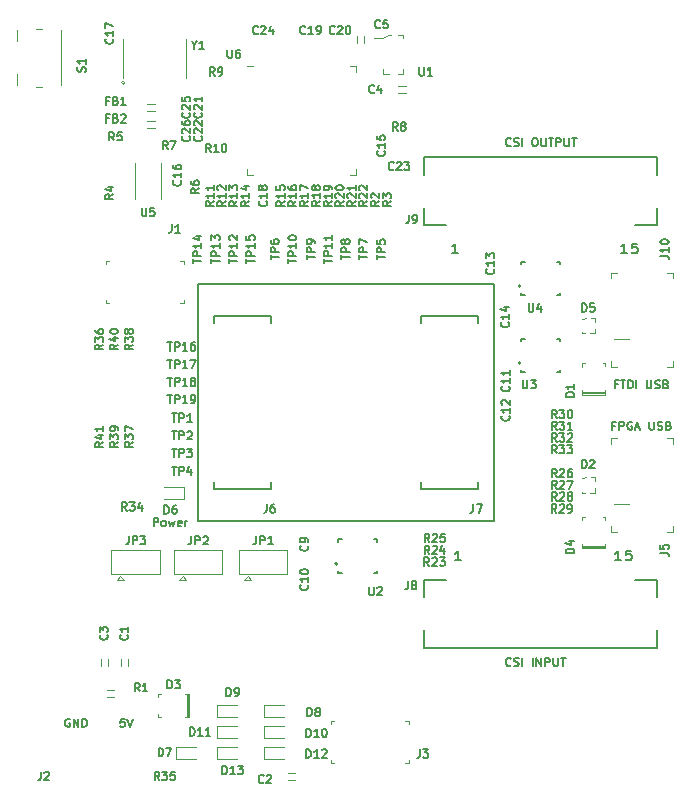
<source format=gbr>
G04 #@! TF.GenerationSoftware,KiCad,Pcbnew,5.0.2+dfsg1-1~bpo9+1*
G04 #@! TF.CreationDate,2019-11-04T18:03:59+01:00*
G04 #@! TF.ProjectId,zglue-demo-board,7a676c75-652d-4646-956d-6f2d626f6172,rev?*
G04 #@! TF.SameCoordinates,Original*
G04 #@! TF.FileFunction,Legend,Top*
G04 #@! TF.FilePolarity,Positive*
%FSLAX46Y46*%
G04 Gerber Fmt 4.6, Leading zero omitted, Abs format (unit mm)*
G04 Created by KiCad (PCBNEW 5.0.2+dfsg1-1~bpo9+1) date Mon 04 Nov 2019 06:03:59 PM CET*
%MOMM*%
%LPD*%
G01*
G04 APERTURE LIST*
%ADD10C,0.150000*%
%ADD11C,0.200000*%
%ADD12C,0.120000*%
%ADD13C,0.100000*%
G04 APERTURE END LIST*
D10*
X11716666Y-43476666D02*
X11716666Y-42776666D01*
X11983333Y-42776666D01*
X12050000Y-42810000D01*
X12083333Y-42843333D01*
X12116666Y-42910000D01*
X12116666Y-43010000D01*
X12083333Y-43076666D01*
X12050000Y-43110000D01*
X11983333Y-43143333D01*
X11716666Y-43143333D01*
X12516666Y-43476666D02*
X12450000Y-43443333D01*
X12416666Y-43410000D01*
X12383333Y-43343333D01*
X12383333Y-43143333D01*
X12416666Y-43076666D01*
X12450000Y-43043333D01*
X12516666Y-43010000D01*
X12616666Y-43010000D01*
X12683333Y-43043333D01*
X12716666Y-43076666D01*
X12750000Y-43143333D01*
X12750000Y-43343333D01*
X12716666Y-43410000D01*
X12683333Y-43443333D01*
X12616666Y-43476666D01*
X12516666Y-43476666D01*
X12983333Y-43010000D02*
X13116666Y-43476666D01*
X13250000Y-43143333D01*
X13383333Y-43476666D01*
X13516666Y-43010000D01*
X14050000Y-43443333D02*
X13983333Y-43476666D01*
X13850000Y-43476666D01*
X13783333Y-43443333D01*
X13750000Y-43376666D01*
X13750000Y-43110000D01*
X13783333Y-43043333D01*
X13850000Y-43010000D01*
X13983333Y-43010000D01*
X14050000Y-43043333D01*
X14083333Y-43110000D01*
X14083333Y-43176666D01*
X13750000Y-43243333D01*
X14383333Y-43476666D02*
X14383333Y-43010000D01*
X14383333Y-43143333D02*
X14416666Y-43076666D01*
X14450000Y-43043333D01*
X14516666Y-43010000D01*
X14583333Y-43010000D01*
X50783333Y-34950000D02*
X50550000Y-34950000D01*
X50550000Y-35316666D02*
X50550000Y-34616666D01*
X50883333Y-34616666D01*
X51150000Y-35316666D02*
X51150000Y-34616666D01*
X51416666Y-34616666D01*
X51483333Y-34650000D01*
X51516666Y-34683333D01*
X51550000Y-34750000D01*
X51550000Y-34850000D01*
X51516666Y-34916666D01*
X51483333Y-34950000D01*
X51416666Y-34983333D01*
X51150000Y-34983333D01*
X52216666Y-34650000D02*
X52150000Y-34616666D01*
X52050000Y-34616666D01*
X51950000Y-34650000D01*
X51883333Y-34716666D01*
X51850000Y-34783333D01*
X51816666Y-34916666D01*
X51816666Y-35016666D01*
X51850000Y-35150000D01*
X51883333Y-35216666D01*
X51950000Y-35283333D01*
X52050000Y-35316666D01*
X52116666Y-35316666D01*
X52216666Y-35283333D01*
X52250000Y-35250000D01*
X52250000Y-35016666D01*
X52116666Y-35016666D01*
X52516666Y-35116666D02*
X52850000Y-35116666D01*
X52450000Y-35316666D02*
X52683333Y-34616666D01*
X52916666Y-35316666D01*
X53683333Y-34616666D02*
X53683333Y-35183333D01*
X53716666Y-35250000D01*
X53750000Y-35283333D01*
X53816666Y-35316666D01*
X53950000Y-35316666D01*
X54016666Y-35283333D01*
X54050000Y-35250000D01*
X54083333Y-35183333D01*
X54083333Y-34616666D01*
X54383333Y-35283333D02*
X54483333Y-35316666D01*
X54650000Y-35316666D01*
X54716666Y-35283333D01*
X54750000Y-35250000D01*
X54783333Y-35183333D01*
X54783333Y-35116666D01*
X54750000Y-35050000D01*
X54716666Y-35016666D01*
X54650000Y-34983333D01*
X54516666Y-34950000D01*
X54450000Y-34916666D01*
X54416666Y-34883333D01*
X54383333Y-34816666D01*
X54383333Y-34750000D01*
X54416666Y-34683333D01*
X54450000Y-34650000D01*
X54516666Y-34616666D01*
X54683333Y-34616666D01*
X54783333Y-34650000D01*
X55316666Y-34950000D02*
X55416666Y-34983333D01*
X55450000Y-35016666D01*
X55483333Y-35083333D01*
X55483333Y-35183333D01*
X55450000Y-35250000D01*
X55416666Y-35283333D01*
X55350000Y-35316666D01*
X55083333Y-35316666D01*
X55083333Y-34616666D01*
X55316666Y-34616666D01*
X55383333Y-34650000D01*
X55416666Y-34683333D01*
X55450000Y-34750000D01*
X55450000Y-34816666D01*
X55416666Y-34883333D01*
X55383333Y-34916666D01*
X55316666Y-34950000D01*
X55083333Y-34950000D01*
X51000000Y-31450000D02*
X50766666Y-31450000D01*
X50766666Y-31816666D02*
X50766666Y-31116666D01*
X51100000Y-31116666D01*
X51266666Y-31116666D02*
X51666666Y-31116666D01*
X51466666Y-31816666D02*
X51466666Y-31116666D01*
X51900000Y-31816666D02*
X51900000Y-31116666D01*
X52066666Y-31116666D01*
X52166666Y-31150000D01*
X52233333Y-31216666D01*
X52266666Y-31283333D01*
X52300000Y-31416666D01*
X52300000Y-31516666D01*
X52266666Y-31650000D01*
X52233333Y-31716666D01*
X52166666Y-31783333D01*
X52066666Y-31816666D01*
X51900000Y-31816666D01*
X52600000Y-31816666D02*
X52600000Y-31116666D01*
X53466666Y-31116666D02*
X53466666Y-31683333D01*
X53500000Y-31750000D01*
X53533333Y-31783333D01*
X53600000Y-31816666D01*
X53733333Y-31816666D01*
X53800000Y-31783333D01*
X53833333Y-31750000D01*
X53866666Y-31683333D01*
X53866666Y-31116666D01*
X54166666Y-31783333D02*
X54266666Y-31816666D01*
X54433333Y-31816666D01*
X54500000Y-31783333D01*
X54533333Y-31750000D01*
X54566666Y-31683333D01*
X54566666Y-31616666D01*
X54533333Y-31550000D01*
X54500000Y-31516666D01*
X54433333Y-31483333D01*
X54300000Y-31450000D01*
X54233333Y-31416666D01*
X54200000Y-31383333D01*
X54166666Y-31316666D01*
X54166666Y-31250000D01*
X54200000Y-31183333D01*
X54233333Y-31150000D01*
X54300000Y-31116666D01*
X54466666Y-31116666D01*
X54566666Y-31150000D01*
X55100000Y-31450000D02*
X55200000Y-31483333D01*
X55233333Y-31516666D01*
X55266666Y-31583333D01*
X55266666Y-31683333D01*
X55233333Y-31750000D01*
X55200000Y-31783333D01*
X55133333Y-31816666D01*
X54866666Y-31816666D01*
X54866666Y-31116666D01*
X55100000Y-31116666D01*
X55166666Y-31150000D01*
X55200000Y-31183333D01*
X55233333Y-31250000D01*
X55233333Y-31316666D01*
X55200000Y-31383333D01*
X55166666Y-31416666D01*
X55100000Y-31450000D01*
X54866666Y-31450000D01*
X4616666Y-59800000D02*
X4550000Y-59766666D01*
X4450000Y-59766666D01*
X4350000Y-59800000D01*
X4283333Y-59866666D01*
X4250000Y-59933333D01*
X4216666Y-60066666D01*
X4216666Y-60166666D01*
X4250000Y-60300000D01*
X4283333Y-60366666D01*
X4350000Y-60433333D01*
X4450000Y-60466666D01*
X4516666Y-60466666D01*
X4616666Y-60433333D01*
X4650000Y-60400000D01*
X4650000Y-60166666D01*
X4516666Y-60166666D01*
X4950000Y-60466666D02*
X4950000Y-59766666D01*
X5350000Y-60466666D01*
X5350000Y-59766666D01*
X5683333Y-60466666D02*
X5683333Y-59766666D01*
X5850000Y-59766666D01*
X5950000Y-59800000D01*
X6016666Y-59866666D01*
X6050000Y-59933333D01*
X6083333Y-60066666D01*
X6083333Y-60166666D01*
X6050000Y-60300000D01*
X6016666Y-60366666D01*
X5950000Y-60433333D01*
X5850000Y-60466666D01*
X5683333Y-60466666D01*
X9266666Y-59766666D02*
X8933333Y-59766666D01*
X8900000Y-60100000D01*
X8933333Y-60066666D01*
X9000000Y-60033333D01*
X9166666Y-60033333D01*
X9233333Y-60066666D01*
X9266666Y-60100000D01*
X9300000Y-60166666D01*
X9300000Y-60333333D01*
X9266666Y-60400000D01*
X9233333Y-60433333D01*
X9166666Y-60466666D01*
X9000000Y-60466666D01*
X8933333Y-60433333D01*
X8900000Y-60400000D01*
X9500000Y-59766666D02*
X9733333Y-60466666D01*
X9966666Y-59766666D01*
X41966666Y-11250000D02*
X41933333Y-11283333D01*
X41833333Y-11316666D01*
X41766666Y-11316666D01*
X41666666Y-11283333D01*
X41600000Y-11216666D01*
X41566666Y-11150000D01*
X41533333Y-11016666D01*
X41533333Y-10916666D01*
X41566666Y-10783333D01*
X41600000Y-10716666D01*
X41666666Y-10650000D01*
X41766666Y-10616666D01*
X41833333Y-10616666D01*
X41933333Y-10650000D01*
X41966666Y-10683333D01*
X42233333Y-11283333D02*
X42333333Y-11316666D01*
X42500000Y-11316666D01*
X42566666Y-11283333D01*
X42600000Y-11250000D01*
X42633333Y-11183333D01*
X42633333Y-11116666D01*
X42600000Y-11050000D01*
X42566666Y-11016666D01*
X42500000Y-10983333D01*
X42366666Y-10950000D01*
X42300000Y-10916666D01*
X42266666Y-10883333D01*
X42233333Y-10816666D01*
X42233333Y-10750000D01*
X42266666Y-10683333D01*
X42300000Y-10650000D01*
X42366666Y-10616666D01*
X42533333Y-10616666D01*
X42633333Y-10650000D01*
X42933333Y-11316666D02*
X42933333Y-10616666D01*
X43933333Y-10616666D02*
X44066666Y-10616666D01*
X44133333Y-10650000D01*
X44200000Y-10716666D01*
X44233333Y-10850000D01*
X44233333Y-11083333D01*
X44200000Y-11216666D01*
X44133333Y-11283333D01*
X44066666Y-11316666D01*
X43933333Y-11316666D01*
X43866666Y-11283333D01*
X43800000Y-11216666D01*
X43766666Y-11083333D01*
X43766666Y-10850000D01*
X43800000Y-10716666D01*
X43866666Y-10650000D01*
X43933333Y-10616666D01*
X44533333Y-10616666D02*
X44533333Y-11183333D01*
X44566666Y-11250000D01*
X44600000Y-11283333D01*
X44666666Y-11316666D01*
X44800000Y-11316666D01*
X44866666Y-11283333D01*
X44900000Y-11250000D01*
X44933333Y-11183333D01*
X44933333Y-10616666D01*
X45166666Y-10616666D02*
X45566666Y-10616666D01*
X45366666Y-11316666D02*
X45366666Y-10616666D01*
X45800000Y-11316666D02*
X45800000Y-10616666D01*
X46066666Y-10616666D01*
X46133333Y-10650000D01*
X46166666Y-10683333D01*
X46200000Y-10750000D01*
X46200000Y-10850000D01*
X46166666Y-10916666D01*
X46133333Y-10950000D01*
X46066666Y-10983333D01*
X45800000Y-10983333D01*
X46500000Y-10616666D02*
X46500000Y-11183333D01*
X46533333Y-11250000D01*
X46566666Y-11283333D01*
X46633333Y-11316666D01*
X46766666Y-11316666D01*
X46833333Y-11283333D01*
X46866666Y-11250000D01*
X46900000Y-11183333D01*
X46900000Y-10616666D01*
X47133333Y-10616666D02*
X47533333Y-10616666D01*
X47333333Y-11316666D02*
X47333333Y-10616666D01*
X41966666Y-55250000D02*
X41933333Y-55283333D01*
X41833333Y-55316666D01*
X41766666Y-55316666D01*
X41666666Y-55283333D01*
X41599999Y-55216666D01*
X41566666Y-55150000D01*
X41533333Y-55016666D01*
X41533333Y-54916666D01*
X41566666Y-54783333D01*
X41599999Y-54716666D01*
X41666666Y-54650000D01*
X41766666Y-54616666D01*
X41833333Y-54616666D01*
X41933333Y-54650000D01*
X41966666Y-54683333D01*
X42233333Y-55283333D02*
X42333333Y-55316666D01*
X42499999Y-55316666D01*
X42566666Y-55283333D01*
X42599999Y-55250000D01*
X42633333Y-55183333D01*
X42633333Y-55116666D01*
X42599999Y-55050000D01*
X42566666Y-55016666D01*
X42499999Y-54983333D01*
X42366666Y-54950000D01*
X42299999Y-54916666D01*
X42266666Y-54883333D01*
X42233333Y-54816666D01*
X42233333Y-54750000D01*
X42266666Y-54683333D01*
X42299999Y-54650000D01*
X42366666Y-54616666D01*
X42533333Y-54616666D01*
X42633333Y-54650000D01*
X42933333Y-55316666D02*
X42933333Y-54616666D01*
X43799999Y-55316666D02*
X43799999Y-54616666D01*
X44133333Y-55316666D02*
X44133333Y-54616666D01*
X44533333Y-55316666D01*
X44533333Y-54616666D01*
X44866666Y-55316666D02*
X44866666Y-54616666D01*
X45133333Y-54616666D01*
X45199999Y-54650000D01*
X45233333Y-54683333D01*
X45266666Y-54750000D01*
X45266666Y-54850000D01*
X45233333Y-54916666D01*
X45199999Y-54950000D01*
X45133333Y-54983333D01*
X44866666Y-54983333D01*
X45566666Y-54616666D02*
X45566666Y-55183333D01*
X45599999Y-55250000D01*
X45633333Y-55283333D01*
X45699999Y-55316666D01*
X45833333Y-55316666D01*
X45899999Y-55283333D01*
X45933333Y-55250000D01*
X45966666Y-55183333D01*
X45966666Y-54616666D01*
X46199999Y-54616666D02*
X46599999Y-54616666D01*
X46399999Y-55316666D02*
X46399999Y-54616666D01*
D11*
X40500000Y-23000000D02*
X40500000Y-43000000D01*
X15500000Y-23000000D02*
X15500000Y-43000000D01*
X15500000Y-43000000D02*
X40500000Y-43000000D01*
X15500000Y-23000000D02*
X40500000Y-23000000D01*
D12*
G04 #@! TO.C,D9*
X17300000Y-58650000D02*
X18800000Y-58650000D01*
X17300000Y-58650000D02*
X17200000Y-58650000D01*
X17200000Y-58650000D02*
X17100000Y-58650000D01*
X17100000Y-58650000D02*
X17100000Y-58850000D01*
X17100000Y-58850000D02*
X17100000Y-59650000D01*
X17100000Y-59650000D02*
X18800000Y-59650000D01*
G04 #@! TO.C,D12*
X21100000Y-63150000D02*
X22800000Y-63150000D01*
X21100000Y-62350000D02*
X21100000Y-63150000D01*
X21100000Y-62150000D02*
X21100000Y-62350000D01*
X21200000Y-62150000D02*
X21100000Y-62150000D01*
X21300000Y-62150000D02*
X21200000Y-62150000D01*
X21300000Y-62150000D02*
X22800000Y-62150000D01*
G04 #@! TO.C,D13*
X17300000Y-62150000D02*
X18800000Y-62150000D01*
X17300000Y-62150000D02*
X17200000Y-62150000D01*
X17200000Y-62150000D02*
X17100000Y-62150000D01*
X17100000Y-62150000D02*
X17100000Y-62350000D01*
X17100000Y-62350000D02*
X17100000Y-63150000D01*
X17100000Y-63150000D02*
X18800000Y-63150000D01*
G04 #@! TO.C,D10*
X21100000Y-59650000D02*
X22800000Y-59650000D01*
X21100000Y-58850000D02*
X21100000Y-59650000D01*
X21100000Y-58650000D02*
X21100000Y-58850000D01*
X21200000Y-58650000D02*
X21100000Y-58650000D01*
X21300000Y-58650000D02*
X21200000Y-58650000D01*
X21300000Y-58650000D02*
X22800000Y-58650000D01*
G04 #@! TO.C,D8*
X21300000Y-60400000D02*
X22800000Y-60400000D01*
X21300000Y-60400000D02*
X21200000Y-60400000D01*
X21200000Y-60400000D02*
X21100000Y-60400000D01*
X21100000Y-60400000D02*
X21100000Y-60600000D01*
X21100000Y-60600000D02*
X21100000Y-61400000D01*
X21100000Y-61400000D02*
X22800000Y-61400000D01*
G04 #@! TO.C,D7*
X13600000Y-63150000D02*
X15300000Y-63150000D01*
X13600000Y-62350000D02*
X13600000Y-63150000D01*
X13600000Y-62150000D02*
X13600000Y-62350000D01*
X13700000Y-62150000D02*
X13600000Y-62150000D01*
X13800000Y-62150000D02*
X13700000Y-62150000D01*
X13800000Y-62150000D02*
X15300000Y-62150000D01*
G04 #@! TO.C,D11*
X17300000Y-60400000D02*
X18800000Y-60400000D01*
X17300000Y-60400000D02*
X17200000Y-60400000D01*
X17200000Y-60400000D02*
X17100000Y-60400000D01*
X17100000Y-60400000D02*
X17100000Y-60600000D01*
X17100000Y-60600000D02*
X17100000Y-61400000D01*
X17100000Y-61400000D02*
X18800000Y-61400000D01*
G04 #@! TO.C,S1*
X165001Y-1454999D02*
X165001Y-2379999D01*
X3865001Y-1454999D02*
X3865001Y-6154999D01*
X2290001Y-6254999D02*
X1740001Y-6254999D01*
X2290001Y-1354999D02*
X1740001Y-1354999D01*
X165001Y-5229999D02*
X165001Y-6154999D01*
G04 #@! TO.C,D6*
X14070000Y-41190000D02*
X12570000Y-41190000D01*
X14070000Y-41190000D02*
X14170000Y-41190000D01*
X14170000Y-41190000D02*
X14270000Y-41190000D01*
X14270000Y-41190000D02*
X14270000Y-40990000D01*
X14270000Y-40990000D02*
X14270000Y-40190000D01*
X14270000Y-40190000D02*
X12570000Y-40190000D01*
D13*
G04 #@! TO.C,J1*
X7980000Y-24610000D02*
X7680000Y-24610000D01*
X7680000Y-24610000D02*
X7680000Y-24310000D01*
X13980000Y-24610000D02*
X14280000Y-24610000D01*
X14280000Y-24610000D02*
X14280000Y-24310000D01*
X13980000Y-21010000D02*
X14280000Y-21010000D01*
X14280000Y-21010000D02*
X14280000Y-21310000D01*
X7980000Y-21010000D02*
X7680000Y-21010000D01*
X7680000Y-21010000D02*
X7680000Y-21310000D01*
D10*
G04 #@! TO.C,J8*
X54375000Y-52250000D02*
X54375000Y-53800000D01*
X34625000Y-52250000D02*
X34625000Y-53800000D01*
X34625000Y-53800000D02*
X54375000Y-53800000D01*
X54375000Y-48000000D02*
X54375000Y-49500000D01*
X34625000Y-48000000D02*
X34625000Y-49500000D01*
X52500000Y-48000000D02*
X54375000Y-48000000D01*
X36500000Y-48000000D02*
X34625000Y-48000000D01*
D13*
G04 #@! TO.C,Y1*
X9318114Y-5940000D02*
G75*
G03X9318114Y-5940000I-158114J0D01*
G01*
X14440000Y-5500000D02*
X14440000Y-2200000D01*
X9100000Y-5500000D02*
X9100000Y-2200000D01*
G04 #@! TO.C,U5*
X10140000Y-12750000D02*
X10140000Y-15770000D01*
X12370000Y-15750000D02*
X12370000Y-12740000D01*
D12*
G04 #@! TO.C,U6*
X20140000Y-4490000D02*
X19640000Y-4490000D01*
X28860000Y-13710000D02*
X28860000Y-13210000D01*
X28360000Y-13710000D02*
X28860000Y-13710000D01*
X19640000Y-13710000D02*
X19640000Y-13210000D01*
X20140000Y-13710000D02*
X19640000Y-13710000D01*
X28860000Y-4490000D02*
X28860000Y-4990000D01*
X28360000Y-4490000D02*
X28860000Y-4490000D01*
D13*
G04 #@! TO.C,D4*
X48025000Y-45125000D02*
X49975000Y-45125000D01*
X48025000Y-45225000D02*
X49975000Y-45225000D01*
X48025000Y-42675000D02*
X48250000Y-42675000D01*
X48025000Y-42975000D02*
X48025000Y-42675000D01*
X49975000Y-42675000D02*
X49975000Y-42925000D01*
X49725000Y-42675000D02*
X49975000Y-42675000D01*
X48025000Y-45325000D02*
X49975000Y-45325000D01*
X48025000Y-44975000D02*
X48025000Y-45325000D01*
X49975000Y-44975000D02*
X49975000Y-45325000D01*
G04 #@! TO.C,D3*
X14525000Y-59625000D02*
X14525000Y-57675000D01*
X14625000Y-59625000D02*
X14625000Y-57675000D01*
X12075000Y-59625000D02*
X12075000Y-59400000D01*
X12375000Y-59625000D02*
X12075000Y-59625000D01*
X12075000Y-57675000D02*
X12325000Y-57675000D01*
X12075000Y-57925000D02*
X12075000Y-57675000D01*
X14725000Y-59625000D02*
X14725000Y-57675000D01*
X14375000Y-59625000D02*
X14725000Y-59625000D01*
X14375000Y-57675000D02*
X14725000Y-57675000D01*
G04 #@! TO.C,D1*
X48025000Y-32125000D02*
X49975000Y-32125000D01*
X48025000Y-32225000D02*
X49975000Y-32225000D01*
X48025000Y-29675000D02*
X48250000Y-29675000D01*
X48025000Y-29975000D02*
X48025000Y-29675000D01*
X49975000Y-29675000D02*
X49975000Y-29925000D01*
X49725000Y-29675000D02*
X49975000Y-29675000D01*
X48025000Y-32325000D02*
X49975000Y-32325000D01*
X48025000Y-31975000D02*
X48025000Y-32325000D01*
X49975000Y-31975000D02*
X49975000Y-32325000D01*
G04 #@! TO.C,J3*
X26700000Y-59950000D02*
X26700000Y-60250000D01*
X27000000Y-59950000D02*
X26700000Y-59950000D01*
X33300000Y-59950000D02*
X33300000Y-60250000D01*
X33000000Y-59950000D02*
X33300000Y-59950000D01*
X33300000Y-63550000D02*
X33300000Y-63250000D01*
X33000000Y-63550000D02*
X33300000Y-63550000D01*
X26700000Y-63550000D02*
X26700000Y-63250000D01*
X27000000Y-63550000D02*
X26700000Y-63550000D01*
D12*
G04 #@! TO.C,C4*
X33050000Y-6200000D02*
X32450000Y-6200000D01*
X33050000Y-6800000D02*
X32450000Y-6800000D01*
D13*
G04 #@! TO.C,U1*
X31825000Y-1850000D02*
X31550000Y-1850000D01*
X31550000Y-1850000D02*
X31175000Y-2125000D01*
X31175000Y-2125000D02*
X31175000Y-2175000D01*
X31175000Y-2175000D02*
X30400000Y-2175000D01*
X31650000Y-5150000D02*
X31175000Y-5150000D01*
X31175000Y-5150000D02*
X31175000Y-4800000D01*
X32825000Y-4925000D02*
X32825000Y-4800000D01*
X32825000Y-4850000D02*
X32825000Y-5150000D01*
X32825000Y-5150000D02*
X32375000Y-5150000D01*
X32450000Y-1850000D02*
X32825000Y-1850000D01*
X32825000Y-1850000D02*
X32825000Y-2150000D01*
D12*
G04 #@! TO.C,C5*
X29550000Y-2550000D02*
X29550000Y-1950000D01*
X28950000Y-2550000D02*
X28950000Y-1950000D01*
D13*
G04 #@! TO.C,D5*
X48225000Y-25850000D02*
X48350000Y-25850000D01*
X48225000Y-25850000D02*
X48125000Y-25925000D01*
X48125000Y-25925000D02*
X47975000Y-25925000D01*
X49050000Y-26175000D02*
X49050000Y-25850000D01*
X49050000Y-25850000D02*
X48775000Y-25850000D01*
X48225000Y-27150000D02*
X47950000Y-27150000D01*
X47950000Y-27150000D02*
X47950000Y-27050000D01*
X49050000Y-26750000D02*
X49050000Y-27150000D01*
X49050000Y-27150000D02*
X48675000Y-27150000D01*
D10*
G04 #@! TO.C,J9*
X34625000Y-13750000D02*
X34625000Y-12200000D01*
X54375000Y-13750000D02*
X54375000Y-12200000D01*
X54375000Y-12200000D02*
X34625000Y-12200000D01*
X34625000Y-18000000D02*
X34625000Y-16500000D01*
X54375000Y-18000000D02*
X54375000Y-16500000D01*
X36500000Y-18000000D02*
X34625000Y-18000000D01*
X52500000Y-18000000D02*
X54375000Y-18000000D01*
D12*
G04 #@! TO.C,JP3*
X8900000Y-47700000D02*
X9200000Y-48000000D01*
X8600000Y-48000000D02*
X9200000Y-48000000D01*
X8900000Y-47700000D02*
X8600000Y-48000000D01*
X8150000Y-47500000D02*
X8150000Y-45500000D01*
X12250000Y-47500000D02*
X8150000Y-47500000D01*
X12250000Y-45500000D02*
X12250000Y-47500000D01*
X8150000Y-45500000D02*
X12250000Y-45500000D01*
G04 #@! TO.C,JP2*
X13450000Y-45500000D02*
X17550000Y-45500000D01*
X17550000Y-45500000D02*
X17550000Y-47500000D01*
X17550000Y-47500000D02*
X13450000Y-47500000D01*
X13450000Y-47500000D02*
X13450000Y-45500000D01*
X14200000Y-47700000D02*
X13900000Y-48000000D01*
X13900000Y-48000000D02*
X14500000Y-48000000D01*
X14200000Y-47700000D02*
X14500000Y-48000000D01*
G04 #@! TO.C,JP1*
X19700000Y-47700000D02*
X20000000Y-48000000D01*
X19400000Y-48000000D02*
X20000000Y-48000000D01*
X19700000Y-47700000D02*
X19400000Y-48000000D01*
X18950000Y-47500000D02*
X18950000Y-45500000D01*
X23050000Y-47500000D02*
X18950000Y-47500000D01*
X23050000Y-45500000D02*
X23050000Y-47500000D01*
X18950000Y-45500000D02*
X23050000Y-45500000D01*
G04 #@! TO.C,FB1*
X11200000Y-7700000D02*
X11800000Y-7700000D01*
X11200000Y-8300000D02*
X11800000Y-8300000D01*
G04 #@! TO.C,FB2*
X11200000Y-9800000D02*
X11800000Y-9800000D01*
X11200000Y-9200000D02*
X11800000Y-9200000D01*
D10*
G04 #@! TO.C,J6*
X21657000Y-25674980D02*
X21657000Y-26274980D01*
X21647000Y-40364980D02*
X16867000Y-40364980D01*
X16867000Y-40364980D02*
X16867000Y-39764980D01*
X21657000Y-39761380D02*
X21657000Y-40361380D01*
X16857000Y-25674980D02*
X21657000Y-25674980D01*
X16857000Y-26274980D02*
X16857000Y-25674980D01*
G04 #@! TO.C,J7*
X39157000Y-25674980D02*
X39157000Y-26274980D01*
X39147000Y-40364980D02*
X34367000Y-40364980D01*
X34367000Y-40364980D02*
X34367000Y-39764980D01*
X39157000Y-39761380D02*
X39157000Y-40361380D01*
X34357000Y-25674980D02*
X39157000Y-25674980D01*
X34357000Y-26274980D02*
X34357000Y-25674980D01*
D12*
G04 #@! TO.C,C2*
X23700000Y-64350000D02*
X23100000Y-64350000D01*
X23700000Y-64950000D02*
X23100000Y-64950000D01*
G04 #@! TO.C,C1*
X8950000Y-55350000D02*
X8950000Y-54750000D01*
X9550000Y-55350000D02*
X9550000Y-54750000D01*
G04 #@! TO.C,C3*
X7825000Y-55350000D02*
X7825000Y-54750000D01*
X7225000Y-55350000D02*
X7225000Y-54750000D01*
G04 #@! TO.C,R1*
X8350000Y-57350000D02*
X7750000Y-57350000D01*
X8350000Y-57950000D02*
X7750000Y-57950000D01*
D10*
G04 #@! TO.C,U3*
X45850000Y-30400000D02*
X46150000Y-30400000D01*
X46150000Y-30400000D02*
X46150000Y-30250000D01*
X45850000Y-27600000D02*
X46150000Y-27600000D01*
X46150000Y-27600000D02*
X46150000Y-27800000D01*
X43150000Y-27600000D02*
X42850000Y-27600000D01*
X42850000Y-27600000D02*
X42850000Y-27800000D01*
X43150000Y-30400000D02*
X42850000Y-30400000D01*
X42850000Y-30400000D02*
X42850000Y-30250000D01*
D11*
X42800000Y-29650000D02*
G75*
G03X42800000Y-29650000I-100000J0D01*
G01*
G04 #@! TO.C,U4*
X42800000Y-23150000D02*
G75*
G03X42800000Y-23150000I-100000J0D01*
G01*
D10*
X42850000Y-23900000D02*
X42850000Y-23750000D01*
X43150000Y-23900000D02*
X42850000Y-23900000D01*
X42850000Y-21100000D02*
X42850000Y-21300000D01*
X43150000Y-21100000D02*
X42850000Y-21100000D01*
X46150000Y-21100000D02*
X46150000Y-21300000D01*
X45850000Y-21100000D02*
X46150000Y-21100000D01*
X46150000Y-23900000D02*
X46150000Y-23750000D01*
X45850000Y-23900000D02*
X46150000Y-23900000D01*
G04 #@! TO.C,U2*
X30350000Y-47400000D02*
X30650000Y-47400000D01*
X30650000Y-47400000D02*
X30650000Y-47250000D01*
X30350000Y-44600000D02*
X30650000Y-44600000D01*
X30650000Y-44600000D02*
X30650000Y-44800000D01*
X27650000Y-44600000D02*
X27350000Y-44600000D01*
X27350000Y-44600000D02*
X27350000Y-44800000D01*
X27650000Y-47400000D02*
X27350000Y-47400000D01*
X27350000Y-47400000D02*
X27350000Y-47250000D01*
D11*
X27300000Y-46650000D02*
G75*
G03X27300000Y-46650000I-100000J0D01*
G01*
D13*
G04 #@! TO.C,D2*
X48225000Y-39350000D02*
X48350000Y-39350000D01*
X48225000Y-39350000D02*
X48125000Y-39425000D01*
X48125000Y-39425000D02*
X47975000Y-39425000D01*
X49050000Y-39675000D02*
X49050000Y-39350000D01*
X49050000Y-39350000D02*
X48775000Y-39350000D01*
X48225000Y-40650000D02*
X47950000Y-40650000D01*
X47950000Y-40650000D02*
X47950000Y-40550000D01*
X49050000Y-40250000D02*
X49050000Y-40650000D01*
X49050000Y-40650000D02*
X48675000Y-40650000D01*
G04 #@! TO.C,J5*
X50450000Y-44000000D02*
X50950000Y-44000000D01*
X50450000Y-44000000D02*
X50450000Y-43500000D01*
X55700000Y-44000000D02*
X55150000Y-44000000D01*
X55700000Y-44000000D02*
X55700000Y-43500000D01*
X50700000Y-41600000D02*
X52000000Y-41600000D01*
X50450000Y-36000000D02*
X50950000Y-36000000D01*
X50450000Y-36000000D02*
X50450000Y-36500000D01*
X55700000Y-36000000D02*
X55200000Y-36000000D01*
X55700000Y-36000000D02*
X55700000Y-36500000D01*
G04 #@! TO.C,J10*
X55700000Y-22000000D02*
X55700000Y-22500000D01*
X55700000Y-22000000D02*
X55200000Y-22000000D01*
X50450000Y-22000000D02*
X50450000Y-22500000D01*
X50450000Y-22000000D02*
X50950000Y-22000000D01*
X50700000Y-27600000D02*
X52000000Y-27600000D01*
X55700000Y-30000000D02*
X55700000Y-29500000D01*
X55700000Y-30000000D02*
X55150000Y-30000000D01*
X50450000Y-30000000D02*
X50450000Y-29500000D01*
X50450000Y-30000000D02*
X50950000Y-30000000D01*
G04 #@! TO.C,R41*
D10*
X7466666Y-36350000D02*
X7133333Y-36583333D01*
X7466666Y-36750000D02*
X6766666Y-36750000D01*
X6766666Y-36483333D01*
X6800000Y-36416666D01*
X6833333Y-36383333D01*
X6900000Y-36350000D01*
X7000000Y-36350000D01*
X7066666Y-36383333D01*
X7100000Y-36416666D01*
X7133333Y-36483333D01*
X7133333Y-36750000D01*
X7000000Y-35750000D02*
X7466666Y-35750000D01*
X6733333Y-35916666D02*
X7233333Y-36083333D01*
X7233333Y-35650000D01*
X7466666Y-35016666D02*
X7466666Y-35416666D01*
X7466666Y-35216666D02*
X6766666Y-35216666D01*
X6866666Y-35283333D01*
X6933333Y-35350000D01*
X6966666Y-35416666D01*
G04 #@! TO.C,R40*
X8716666Y-28100000D02*
X8383333Y-28333333D01*
X8716666Y-28500000D02*
X8016666Y-28500000D01*
X8016666Y-28233333D01*
X8050000Y-28166666D01*
X8083333Y-28133333D01*
X8150000Y-28100000D01*
X8250000Y-28100000D01*
X8316666Y-28133333D01*
X8350000Y-28166666D01*
X8383333Y-28233333D01*
X8383333Y-28500000D01*
X8250000Y-27500000D02*
X8716666Y-27500000D01*
X7983333Y-27666666D02*
X8483333Y-27833333D01*
X8483333Y-27400000D01*
X8016666Y-27000000D02*
X8016666Y-26933333D01*
X8050000Y-26866666D01*
X8083333Y-26833333D01*
X8150000Y-26800000D01*
X8283333Y-26766666D01*
X8450000Y-26766666D01*
X8583333Y-26800000D01*
X8650000Y-26833333D01*
X8683333Y-26866666D01*
X8716666Y-26933333D01*
X8716666Y-27000000D01*
X8683333Y-27066666D01*
X8650000Y-27100000D01*
X8583333Y-27133333D01*
X8450000Y-27166666D01*
X8283333Y-27166666D01*
X8150000Y-27133333D01*
X8083333Y-27100000D01*
X8050000Y-27066666D01*
X8016666Y-27000000D01*
G04 #@! TO.C,R39*
X8716666Y-36350000D02*
X8383333Y-36583333D01*
X8716666Y-36750000D02*
X8016666Y-36750000D01*
X8016666Y-36483333D01*
X8050000Y-36416666D01*
X8083333Y-36383333D01*
X8150000Y-36350000D01*
X8250000Y-36350000D01*
X8316666Y-36383333D01*
X8350000Y-36416666D01*
X8383333Y-36483333D01*
X8383333Y-36750000D01*
X8016666Y-36116666D02*
X8016666Y-35683333D01*
X8283333Y-35916666D01*
X8283333Y-35816666D01*
X8316666Y-35750000D01*
X8350000Y-35716666D01*
X8416666Y-35683333D01*
X8583333Y-35683333D01*
X8650000Y-35716666D01*
X8683333Y-35750000D01*
X8716666Y-35816666D01*
X8716666Y-36016666D01*
X8683333Y-36083333D01*
X8650000Y-36116666D01*
X8716666Y-35350000D02*
X8716666Y-35216666D01*
X8683333Y-35150000D01*
X8650000Y-35116666D01*
X8550000Y-35050000D01*
X8416666Y-35016666D01*
X8150000Y-35016666D01*
X8083333Y-35050000D01*
X8050000Y-35083333D01*
X8016666Y-35150000D01*
X8016666Y-35283333D01*
X8050000Y-35350000D01*
X8083333Y-35383333D01*
X8150000Y-35416666D01*
X8316666Y-35416666D01*
X8383333Y-35383333D01*
X8416666Y-35350000D01*
X8450000Y-35283333D01*
X8450000Y-35150000D01*
X8416666Y-35083333D01*
X8383333Y-35050000D01*
X8316666Y-35016666D01*
G04 #@! TO.C,R38*
X9966666Y-28100000D02*
X9633333Y-28333333D01*
X9966666Y-28500000D02*
X9266666Y-28500000D01*
X9266666Y-28233333D01*
X9300000Y-28166666D01*
X9333333Y-28133333D01*
X9400000Y-28100000D01*
X9500000Y-28100000D01*
X9566666Y-28133333D01*
X9600000Y-28166666D01*
X9633333Y-28233333D01*
X9633333Y-28500000D01*
X9266666Y-27866666D02*
X9266666Y-27433333D01*
X9533333Y-27666666D01*
X9533333Y-27566666D01*
X9566666Y-27500000D01*
X9600000Y-27466666D01*
X9666666Y-27433333D01*
X9833333Y-27433333D01*
X9900000Y-27466666D01*
X9933333Y-27500000D01*
X9966666Y-27566666D01*
X9966666Y-27766666D01*
X9933333Y-27833333D01*
X9900000Y-27866666D01*
X9566666Y-27033333D02*
X9533333Y-27100000D01*
X9500000Y-27133333D01*
X9433333Y-27166666D01*
X9400000Y-27166666D01*
X9333333Y-27133333D01*
X9300000Y-27100000D01*
X9266666Y-27033333D01*
X9266666Y-26900000D01*
X9300000Y-26833333D01*
X9333333Y-26800000D01*
X9400000Y-26766666D01*
X9433333Y-26766666D01*
X9500000Y-26800000D01*
X9533333Y-26833333D01*
X9566666Y-26900000D01*
X9566666Y-27033333D01*
X9600000Y-27100000D01*
X9633333Y-27133333D01*
X9700000Y-27166666D01*
X9833333Y-27166666D01*
X9900000Y-27133333D01*
X9933333Y-27100000D01*
X9966666Y-27033333D01*
X9966666Y-26900000D01*
X9933333Y-26833333D01*
X9900000Y-26800000D01*
X9833333Y-26766666D01*
X9700000Y-26766666D01*
X9633333Y-26800000D01*
X9600000Y-26833333D01*
X9566666Y-26900000D01*
G04 #@! TO.C,R37*
X9966666Y-36350000D02*
X9633333Y-36583333D01*
X9966666Y-36750000D02*
X9266666Y-36750000D01*
X9266666Y-36483333D01*
X9300000Y-36416666D01*
X9333333Y-36383333D01*
X9400000Y-36350000D01*
X9500000Y-36350000D01*
X9566666Y-36383333D01*
X9600000Y-36416666D01*
X9633333Y-36483333D01*
X9633333Y-36750000D01*
X9266666Y-36116666D02*
X9266666Y-35683333D01*
X9533333Y-35916666D01*
X9533333Y-35816666D01*
X9566666Y-35750000D01*
X9600000Y-35716666D01*
X9666666Y-35683333D01*
X9833333Y-35683333D01*
X9900000Y-35716666D01*
X9933333Y-35750000D01*
X9966666Y-35816666D01*
X9966666Y-36016666D01*
X9933333Y-36083333D01*
X9900000Y-36116666D01*
X9266666Y-35450000D02*
X9266666Y-34983333D01*
X9966666Y-35283333D01*
G04 #@! TO.C,R35*
X12200000Y-64966666D02*
X11966666Y-64633333D01*
X11800000Y-64966666D02*
X11800000Y-64266666D01*
X12066666Y-64266666D01*
X12133333Y-64300000D01*
X12166666Y-64333333D01*
X12200000Y-64400000D01*
X12200000Y-64500000D01*
X12166666Y-64566666D01*
X12133333Y-64600000D01*
X12066666Y-64633333D01*
X11800000Y-64633333D01*
X12433333Y-64266666D02*
X12866666Y-64266666D01*
X12633333Y-64533333D01*
X12733333Y-64533333D01*
X12800000Y-64566666D01*
X12833333Y-64600000D01*
X12866666Y-64666666D01*
X12866666Y-64833333D01*
X12833333Y-64900000D01*
X12800000Y-64933333D01*
X12733333Y-64966666D01*
X12533333Y-64966666D01*
X12466666Y-64933333D01*
X12433333Y-64900000D01*
X13500000Y-64266666D02*
X13166666Y-64266666D01*
X13133333Y-64600000D01*
X13166666Y-64566666D01*
X13233333Y-64533333D01*
X13400000Y-64533333D01*
X13466666Y-64566666D01*
X13500000Y-64600000D01*
X13533333Y-64666666D01*
X13533333Y-64833333D01*
X13500000Y-64900000D01*
X13466666Y-64933333D01*
X13400000Y-64966666D01*
X13233333Y-64966666D01*
X13166666Y-64933333D01*
X13133333Y-64900000D01*
G04 #@! TO.C,R36*
X7466666Y-28100000D02*
X7133333Y-28333333D01*
X7466666Y-28500000D02*
X6766666Y-28500000D01*
X6766666Y-28233333D01*
X6800000Y-28166666D01*
X6833333Y-28133333D01*
X6900000Y-28100000D01*
X7000000Y-28100000D01*
X7066666Y-28133333D01*
X7100000Y-28166666D01*
X7133333Y-28233333D01*
X7133333Y-28500000D01*
X6766666Y-27866666D02*
X6766666Y-27433333D01*
X7033333Y-27666666D01*
X7033333Y-27566666D01*
X7066666Y-27500000D01*
X7100000Y-27466666D01*
X7166666Y-27433333D01*
X7333333Y-27433333D01*
X7400000Y-27466666D01*
X7433333Y-27500000D01*
X7466666Y-27566666D01*
X7466666Y-27766666D01*
X7433333Y-27833333D01*
X7400000Y-27866666D01*
X6766666Y-26833333D02*
X6766666Y-26966666D01*
X6800000Y-27033333D01*
X6833333Y-27066666D01*
X6933333Y-27133333D01*
X7066666Y-27166666D01*
X7333333Y-27166666D01*
X7400000Y-27133333D01*
X7433333Y-27100000D01*
X7466666Y-27033333D01*
X7466666Y-26900000D01*
X7433333Y-26833333D01*
X7400000Y-26800000D01*
X7333333Y-26766666D01*
X7166666Y-26766666D01*
X7100000Y-26800000D01*
X7066666Y-26833333D01*
X7033333Y-26900000D01*
X7033333Y-27033333D01*
X7066666Y-27100000D01*
X7100000Y-27133333D01*
X7166666Y-27166666D01*
G04 #@! TO.C,D9*
X17883333Y-57856666D02*
X17883333Y-57156666D01*
X18050000Y-57156666D01*
X18150000Y-57190000D01*
X18216666Y-57256666D01*
X18250000Y-57323333D01*
X18283333Y-57456666D01*
X18283333Y-57556666D01*
X18250000Y-57690000D01*
X18216666Y-57756666D01*
X18150000Y-57823333D01*
X18050000Y-57856666D01*
X17883333Y-57856666D01*
X18616666Y-57856666D02*
X18750000Y-57856666D01*
X18816666Y-57823333D01*
X18850000Y-57790000D01*
X18916666Y-57690000D01*
X18950000Y-57556666D01*
X18950000Y-57290000D01*
X18916666Y-57223333D01*
X18883333Y-57190000D01*
X18816666Y-57156666D01*
X18683333Y-57156666D01*
X18616666Y-57190000D01*
X18583333Y-57223333D01*
X18550000Y-57290000D01*
X18550000Y-57456666D01*
X18583333Y-57523333D01*
X18616666Y-57556666D01*
X18683333Y-57590000D01*
X18816666Y-57590000D01*
X18883333Y-57556666D01*
X18916666Y-57523333D01*
X18950000Y-57456666D01*
G04 #@! TO.C,D12*
X24650000Y-63066666D02*
X24650000Y-62366666D01*
X24816666Y-62366666D01*
X24916666Y-62400000D01*
X24983333Y-62466666D01*
X25016666Y-62533333D01*
X25050000Y-62666666D01*
X25050000Y-62766666D01*
X25016666Y-62900000D01*
X24983333Y-62966666D01*
X24916666Y-63033333D01*
X24816666Y-63066666D01*
X24650000Y-63066666D01*
X25716666Y-63066666D02*
X25316666Y-63066666D01*
X25516666Y-63066666D02*
X25516666Y-62366666D01*
X25450000Y-62466666D01*
X25383333Y-62533333D01*
X25316666Y-62566666D01*
X25983333Y-62433333D02*
X26016666Y-62400000D01*
X26083333Y-62366666D01*
X26250000Y-62366666D01*
X26316666Y-62400000D01*
X26350000Y-62433333D01*
X26383333Y-62500000D01*
X26383333Y-62566666D01*
X26350000Y-62666666D01*
X25950000Y-63066666D01*
X26383333Y-63066666D01*
G04 #@! TO.C,D13*
X17550000Y-64466666D02*
X17550000Y-63766666D01*
X17716666Y-63766666D01*
X17816666Y-63800000D01*
X17883333Y-63866666D01*
X17916666Y-63933333D01*
X17950000Y-64066666D01*
X17950000Y-64166666D01*
X17916666Y-64300000D01*
X17883333Y-64366666D01*
X17816666Y-64433333D01*
X17716666Y-64466666D01*
X17550000Y-64466666D01*
X18616666Y-64466666D02*
X18216666Y-64466666D01*
X18416666Y-64466666D02*
X18416666Y-63766666D01*
X18350000Y-63866666D01*
X18283333Y-63933333D01*
X18216666Y-63966666D01*
X18850000Y-63766666D02*
X19283333Y-63766666D01*
X19050000Y-64033333D01*
X19150000Y-64033333D01*
X19216666Y-64066666D01*
X19250000Y-64100000D01*
X19283333Y-64166666D01*
X19283333Y-64333333D01*
X19250000Y-64400000D01*
X19216666Y-64433333D01*
X19150000Y-64466666D01*
X18950000Y-64466666D01*
X18883333Y-64433333D01*
X18850000Y-64400000D01*
G04 #@! TO.C,D10*
X24650000Y-61316666D02*
X24650000Y-60616666D01*
X24816666Y-60616666D01*
X24916666Y-60650000D01*
X24983333Y-60716666D01*
X25016666Y-60783333D01*
X25050000Y-60916666D01*
X25050000Y-61016666D01*
X25016666Y-61150000D01*
X24983333Y-61216666D01*
X24916666Y-61283333D01*
X24816666Y-61316666D01*
X24650000Y-61316666D01*
X25716666Y-61316666D02*
X25316666Y-61316666D01*
X25516666Y-61316666D02*
X25516666Y-60616666D01*
X25450000Y-60716666D01*
X25383333Y-60783333D01*
X25316666Y-60816666D01*
X26150000Y-60616666D02*
X26216666Y-60616666D01*
X26283333Y-60650000D01*
X26316666Y-60683333D01*
X26350000Y-60750000D01*
X26383333Y-60883333D01*
X26383333Y-61050000D01*
X26350000Y-61183333D01*
X26316666Y-61250000D01*
X26283333Y-61283333D01*
X26216666Y-61316666D01*
X26150000Y-61316666D01*
X26083333Y-61283333D01*
X26050000Y-61250000D01*
X26016666Y-61183333D01*
X25983333Y-61050000D01*
X25983333Y-60883333D01*
X26016666Y-60750000D01*
X26050000Y-60683333D01*
X26083333Y-60650000D01*
X26150000Y-60616666D01*
G04 #@! TO.C,D8*
X24733333Y-59566666D02*
X24733333Y-58866666D01*
X24900000Y-58866666D01*
X25000000Y-58900000D01*
X25066666Y-58966666D01*
X25100000Y-59033333D01*
X25133333Y-59166666D01*
X25133333Y-59266666D01*
X25100000Y-59400000D01*
X25066666Y-59466666D01*
X25000000Y-59533333D01*
X24900000Y-59566666D01*
X24733333Y-59566666D01*
X25533333Y-59166666D02*
X25466666Y-59133333D01*
X25433333Y-59100000D01*
X25400000Y-59033333D01*
X25400000Y-59000000D01*
X25433333Y-58933333D01*
X25466666Y-58900000D01*
X25533333Y-58866666D01*
X25666666Y-58866666D01*
X25733333Y-58900000D01*
X25766666Y-58933333D01*
X25800000Y-59000000D01*
X25800000Y-59033333D01*
X25766666Y-59100000D01*
X25733333Y-59133333D01*
X25666666Y-59166666D01*
X25533333Y-59166666D01*
X25466666Y-59200000D01*
X25433333Y-59233333D01*
X25400000Y-59300000D01*
X25400000Y-59433333D01*
X25433333Y-59500000D01*
X25466666Y-59533333D01*
X25533333Y-59566666D01*
X25666666Y-59566666D01*
X25733333Y-59533333D01*
X25766666Y-59500000D01*
X25800000Y-59433333D01*
X25800000Y-59300000D01*
X25766666Y-59233333D01*
X25733333Y-59200000D01*
X25666666Y-59166666D01*
G04 #@! TO.C,D7*
X12133333Y-62966666D02*
X12133333Y-62266666D01*
X12300000Y-62266666D01*
X12400000Y-62300000D01*
X12466666Y-62366666D01*
X12500000Y-62433333D01*
X12533333Y-62566666D01*
X12533333Y-62666666D01*
X12500000Y-62800000D01*
X12466666Y-62866666D01*
X12400000Y-62933333D01*
X12300000Y-62966666D01*
X12133333Y-62966666D01*
X12766666Y-62266666D02*
X13233333Y-62266666D01*
X12933333Y-62966666D01*
G04 #@! TO.C,D11*
X14800000Y-61216666D02*
X14800000Y-60516666D01*
X14966666Y-60516666D01*
X15066666Y-60550000D01*
X15133333Y-60616666D01*
X15166666Y-60683333D01*
X15200000Y-60816666D01*
X15200000Y-60916666D01*
X15166666Y-61050000D01*
X15133333Y-61116666D01*
X15066666Y-61183333D01*
X14966666Y-61216666D01*
X14800000Y-61216666D01*
X15866666Y-61216666D02*
X15466666Y-61216666D01*
X15666666Y-61216666D02*
X15666666Y-60516666D01*
X15600000Y-60616666D01*
X15533333Y-60683333D01*
X15466666Y-60716666D01*
X16533333Y-61216666D02*
X16133333Y-61216666D01*
X16333333Y-61216666D02*
X16333333Y-60516666D01*
X16266666Y-60616666D01*
X16200000Y-60683333D01*
X16133333Y-60716666D01*
G04 #@! TO.C,S1*
X5923333Y-4993333D02*
X5956666Y-4893333D01*
X5956666Y-4726666D01*
X5923333Y-4660000D01*
X5890000Y-4626666D01*
X5823333Y-4593333D01*
X5756666Y-4593333D01*
X5690000Y-4626666D01*
X5656666Y-4660000D01*
X5623333Y-4726666D01*
X5590000Y-4860000D01*
X5556666Y-4926666D01*
X5523333Y-4960000D01*
X5456666Y-4993333D01*
X5390000Y-4993333D01*
X5323333Y-4960000D01*
X5290000Y-4926666D01*
X5256666Y-4860000D01*
X5256666Y-4693333D01*
X5290000Y-4593333D01*
X5956666Y-3926666D02*
X5956666Y-4326666D01*
X5956666Y-4126666D02*
X5256666Y-4126666D01*
X5356666Y-4193333D01*
X5423333Y-4260000D01*
X5456666Y-4326666D01*
G04 #@! TO.C,R34*
X9440000Y-42156666D02*
X9206666Y-41823333D01*
X9040000Y-42156666D02*
X9040000Y-41456666D01*
X9306666Y-41456666D01*
X9373333Y-41490000D01*
X9406666Y-41523333D01*
X9440000Y-41590000D01*
X9440000Y-41690000D01*
X9406666Y-41756666D01*
X9373333Y-41790000D01*
X9306666Y-41823333D01*
X9040000Y-41823333D01*
X9673333Y-41456666D02*
X10106666Y-41456666D01*
X9873333Y-41723333D01*
X9973333Y-41723333D01*
X10040000Y-41756666D01*
X10073333Y-41790000D01*
X10106666Y-41856666D01*
X10106666Y-42023333D01*
X10073333Y-42090000D01*
X10040000Y-42123333D01*
X9973333Y-42156666D01*
X9773333Y-42156666D01*
X9706666Y-42123333D01*
X9673333Y-42090000D01*
X10706666Y-41690000D02*
X10706666Y-42156666D01*
X10540000Y-41423333D02*
X10373333Y-41923333D01*
X10806666Y-41923333D01*
G04 #@! TO.C,D6*
X12623333Y-42416666D02*
X12623333Y-41716666D01*
X12790000Y-41716666D01*
X12890000Y-41750000D01*
X12956666Y-41816666D01*
X12990000Y-41883333D01*
X13023333Y-42016666D01*
X13023333Y-42116666D01*
X12990000Y-42250000D01*
X12956666Y-42316666D01*
X12890000Y-42383333D01*
X12790000Y-42416666D01*
X12623333Y-42416666D01*
X13623333Y-41716666D02*
X13490000Y-41716666D01*
X13423333Y-41750000D01*
X13390000Y-41783333D01*
X13323333Y-41883333D01*
X13290000Y-42016666D01*
X13290000Y-42283333D01*
X13323333Y-42350000D01*
X13356666Y-42383333D01*
X13423333Y-42416666D01*
X13556666Y-42416666D01*
X13623333Y-42383333D01*
X13656666Y-42350000D01*
X13690000Y-42283333D01*
X13690000Y-42116666D01*
X13656666Y-42050000D01*
X13623333Y-42016666D01*
X13556666Y-41983333D01*
X13423333Y-41983333D01*
X13356666Y-42016666D01*
X13323333Y-42050000D01*
X13290000Y-42116666D01*
G04 #@! TO.C,J1*
X13246666Y-17926666D02*
X13246666Y-18426666D01*
X13213333Y-18526666D01*
X13146666Y-18593333D01*
X13046666Y-18626666D01*
X12980000Y-18626666D01*
X13946666Y-18626666D02*
X13546666Y-18626666D01*
X13746666Y-18626666D02*
X13746666Y-17926666D01*
X13680000Y-18026666D01*
X13613333Y-18093333D01*
X13546666Y-18126666D01*
G04 #@! TO.C,J8*
X33266666Y-48116666D02*
X33266666Y-48616666D01*
X33233333Y-48716666D01*
X33166666Y-48783333D01*
X33066666Y-48816666D01*
X33000000Y-48816666D01*
X33700000Y-48416666D02*
X33633333Y-48383333D01*
X33600000Y-48350000D01*
X33566666Y-48283333D01*
X33566666Y-48250000D01*
X33600000Y-48183333D01*
X33633333Y-48150000D01*
X33700000Y-48116666D01*
X33833333Y-48116666D01*
X33900000Y-48150000D01*
X33933333Y-48183333D01*
X33966666Y-48250000D01*
X33966666Y-48283333D01*
X33933333Y-48350000D01*
X33900000Y-48383333D01*
X33833333Y-48416666D01*
X33700000Y-48416666D01*
X33633333Y-48450000D01*
X33600000Y-48483333D01*
X33566666Y-48550000D01*
X33566666Y-48683333D01*
X33600000Y-48750000D01*
X33633333Y-48783333D01*
X33700000Y-48816666D01*
X33833333Y-48816666D01*
X33900000Y-48783333D01*
X33933333Y-48750000D01*
X33966666Y-48683333D01*
X33966666Y-48550000D01*
X33933333Y-48483333D01*
X33900000Y-48450000D01*
X33833333Y-48416666D01*
D11*
X51319047Y-46361904D02*
X50776190Y-46361904D01*
X51047619Y-46361904D02*
X51047619Y-45561904D01*
X50957142Y-45676190D01*
X50866666Y-45752380D01*
X50776190Y-45790476D01*
X52178571Y-45561904D02*
X51726190Y-45561904D01*
X51680952Y-45942857D01*
X51726190Y-45904761D01*
X51816666Y-45866666D01*
X52042857Y-45866666D01*
X52133333Y-45904761D01*
X52178571Y-45942857D01*
X52223809Y-46019047D01*
X52223809Y-46209523D01*
X52178571Y-46285714D01*
X52133333Y-46323809D01*
X52042857Y-46361904D01*
X51816666Y-46361904D01*
X51726190Y-46323809D01*
X51680952Y-46285714D01*
X37771428Y-46361904D02*
X37228571Y-46361904D01*
X37500000Y-46361904D02*
X37500000Y-45561904D01*
X37409523Y-45676190D01*
X37319047Y-45752380D01*
X37228571Y-45790476D01*
G04 #@! TO.C,Y1*
D10*
X15166666Y-2733333D02*
X15166666Y-3066666D01*
X14933333Y-2366666D02*
X15166666Y-2733333D01*
X15400000Y-2366666D01*
X16000000Y-3066666D02*
X15600000Y-3066666D01*
X15800000Y-3066666D02*
X15800000Y-2366666D01*
X15733333Y-2466666D01*
X15666666Y-2533333D01*
X15600000Y-2566666D01*
G04 #@! TO.C,U5*
X10716666Y-16516666D02*
X10716666Y-17083333D01*
X10750000Y-17150000D01*
X10783333Y-17183333D01*
X10850000Y-17216666D01*
X10983333Y-17216666D01*
X11050000Y-17183333D01*
X11083333Y-17150000D01*
X11116666Y-17083333D01*
X11116666Y-16516666D01*
X11783333Y-16516666D02*
X11450000Y-16516666D01*
X11416666Y-16850000D01*
X11450000Y-16816666D01*
X11516666Y-16783333D01*
X11683333Y-16783333D01*
X11750000Y-16816666D01*
X11783333Y-16850000D01*
X11816666Y-16916666D01*
X11816666Y-17083333D01*
X11783333Y-17150000D01*
X11750000Y-17183333D01*
X11683333Y-17216666D01*
X11516666Y-17216666D01*
X11450000Y-17183333D01*
X11416666Y-17150000D01*
G04 #@! TO.C,U6*
X17966666Y-3116666D02*
X17966666Y-3683333D01*
X18000000Y-3750000D01*
X18033333Y-3783333D01*
X18100000Y-3816666D01*
X18233333Y-3816666D01*
X18300000Y-3783333D01*
X18333333Y-3750000D01*
X18366666Y-3683333D01*
X18366666Y-3116666D01*
X19000000Y-3116666D02*
X18866666Y-3116666D01*
X18800000Y-3150000D01*
X18766666Y-3183333D01*
X18700000Y-3283333D01*
X18666666Y-3416666D01*
X18666666Y-3683333D01*
X18700000Y-3750000D01*
X18733333Y-3783333D01*
X18800000Y-3816666D01*
X18933333Y-3816666D01*
X19000000Y-3783333D01*
X19033333Y-3750000D01*
X19066666Y-3683333D01*
X19066666Y-3516666D01*
X19033333Y-3450000D01*
X19000000Y-3416666D01*
X18933333Y-3383333D01*
X18800000Y-3383333D01*
X18733333Y-3416666D01*
X18700000Y-3450000D01*
X18666666Y-3516666D01*
G04 #@! TO.C,D4*
X47316666Y-45766666D02*
X46616666Y-45766666D01*
X46616666Y-45600000D01*
X46650000Y-45500000D01*
X46716666Y-45433333D01*
X46783333Y-45400000D01*
X46916666Y-45366666D01*
X47016666Y-45366666D01*
X47150000Y-45400000D01*
X47216666Y-45433333D01*
X47283333Y-45500000D01*
X47316666Y-45600000D01*
X47316666Y-45766666D01*
X46850000Y-44766666D02*
X47316666Y-44766666D01*
X46583333Y-44933333D02*
X47083333Y-45100000D01*
X47083333Y-44666666D01*
G04 #@! TO.C,D3*
X12883333Y-57216666D02*
X12883333Y-56516666D01*
X13050000Y-56516666D01*
X13150000Y-56550000D01*
X13216666Y-56616666D01*
X13250000Y-56683333D01*
X13283333Y-56816666D01*
X13283333Y-56916666D01*
X13250000Y-57050000D01*
X13216666Y-57116666D01*
X13150000Y-57183333D01*
X13050000Y-57216666D01*
X12883333Y-57216666D01*
X13516666Y-56516666D02*
X13950000Y-56516666D01*
X13716666Y-56783333D01*
X13816666Y-56783333D01*
X13883333Y-56816666D01*
X13916666Y-56850000D01*
X13950000Y-56916666D01*
X13950000Y-57083333D01*
X13916666Y-57150000D01*
X13883333Y-57183333D01*
X13816666Y-57216666D01*
X13616666Y-57216666D01*
X13550000Y-57183333D01*
X13516666Y-57150000D01*
G04 #@! TO.C,D1*
X47316666Y-32516666D02*
X46616666Y-32516666D01*
X46616666Y-32350000D01*
X46650000Y-32250000D01*
X46716666Y-32183333D01*
X46783333Y-32150000D01*
X46916666Y-32116666D01*
X47016666Y-32116666D01*
X47150000Y-32150000D01*
X47216666Y-32183333D01*
X47283333Y-32250000D01*
X47316666Y-32350000D01*
X47316666Y-32516666D01*
X47316666Y-31450000D02*
X47316666Y-31850000D01*
X47316666Y-31650000D02*
X46616666Y-31650000D01*
X46716666Y-31716666D01*
X46783333Y-31783333D01*
X46816666Y-31850000D01*
G04 #@! TO.C,J3*
X34266666Y-62366666D02*
X34266666Y-62866666D01*
X34233333Y-62966666D01*
X34166666Y-63033333D01*
X34066666Y-63066666D01*
X34000000Y-63066666D01*
X34533333Y-62366666D02*
X34966666Y-62366666D01*
X34733333Y-62633333D01*
X34833333Y-62633333D01*
X34900000Y-62666666D01*
X34933333Y-62700000D01*
X34966666Y-62766666D01*
X34966666Y-62933333D01*
X34933333Y-63000000D01*
X34900000Y-63033333D01*
X34833333Y-63066666D01*
X34633333Y-63066666D01*
X34566666Y-63033333D01*
X34533333Y-63000000D01*
G04 #@! TO.C,C4*
X30383333Y-6750000D02*
X30350000Y-6783333D01*
X30250000Y-6816666D01*
X30183333Y-6816666D01*
X30083333Y-6783333D01*
X30016666Y-6716666D01*
X29983333Y-6650000D01*
X29950000Y-6516666D01*
X29950000Y-6416666D01*
X29983333Y-6283333D01*
X30016666Y-6216666D01*
X30083333Y-6150000D01*
X30183333Y-6116666D01*
X30250000Y-6116666D01*
X30350000Y-6150000D01*
X30383333Y-6183333D01*
X30983333Y-6350000D02*
X30983333Y-6816666D01*
X30816666Y-6083333D02*
X30650000Y-6583333D01*
X31083333Y-6583333D01*
G04 #@! TO.C,U1*
X34216666Y-4616666D02*
X34216666Y-5183333D01*
X34250000Y-5250000D01*
X34283333Y-5283333D01*
X34350000Y-5316666D01*
X34483333Y-5316666D01*
X34550000Y-5283333D01*
X34583333Y-5250000D01*
X34616666Y-5183333D01*
X34616666Y-4616666D01*
X35316666Y-5316666D02*
X34916666Y-5316666D01*
X35116666Y-5316666D02*
X35116666Y-4616666D01*
X35050000Y-4716666D01*
X34983333Y-4783333D01*
X34916666Y-4816666D01*
G04 #@! TO.C,TP10*
X23116666Y-21216666D02*
X23116666Y-20816666D01*
X23816666Y-21016666D02*
X23116666Y-21016666D01*
X23816666Y-20583333D02*
X23116666Y-20583333D01*
X23116666Y-20316666D01*
X23150000Y-20250000D01*
X23183333Y-20216666D01*
X23250000Y-20183333D01*
X23350000Y-20183333D01*
X23416666Y-20216666D01*
X23450000Y-20250000D01*
X23483333Y-20316666D01*
X23483333Y-20583333D01*
X23816666Y-19516666D02*
X23816666Y-19916666D01*
X23816666Y-19716666D02*
X23116666Y-19716666D01*
X23216666Y-19783333D01*
X23283333Y-19850000D01*
X23316666Y-19916666D01*
X23116666Y-19083333D02*
X23116666Y-19016666D01*
X23150000Y-18950000D01*
X23183333Y-18916666D01*
X23250000Y-18883333D01*
X23383333Y-18850000D01*
X23550000Y-18850000D01*
X23683333Y-18883333D01*
X23750000Y-18916666D01*
X23783333Y-18950000D01*
X23816666Y-19016666D01*
X23816666Y-19083333D01*
X23783333Y-19150000D01*
X23750000Y-19183333D01*
X23683333Y-19216666D01*
X23550000Y-19250000D01*
X23383333Y-19250000D01*
X23250000Y-19216666D01*
X23183333Y-19183333D01*
X23150000Y-19150000D01*
X23116666Y-19083333D01*
G04 #@! TO.C,TP8*
X27616666Y-20883333D02*
X27616666Y-20483333D01*
X28316666Y-20683333D02*
X27616666Y-20683333D01*
X28316666Y-20250000D02*
X27616666Y-20250000D01*
X27616666Y-19983333D01*
X27650000Y-19916666D01*
X27683333Y-19883333D01*
X27750000Y-19850000D01*
X27850000Y-19850000D01*
X27916666Y-19883333D01*
X27950000Y-19916666D01*
X27983333Y-19983333D01*
X27983333Y-20250000D01*
X27916666Y-19450000D02*
X27883333Y-19516666D01*
X27850000Y-19550000D01*
X27783333Y-19583333D01*
X27750000Y-19583333D01*
X27683333Y-19550000D01*
X27650000Y-19516666D01*
X27616666Y-19450000D01*
X27616666Y-19316666D01*
X27650000Y-19250000D01*
X27683333Y-19216666D01*
X27750000Y-19183333D01*
X27783333Y-19183333D01*
X27850000Y-19216666D01*
X27883333Y-19250000D01*
X27916666Y-19316666D01*
X27916666Y-19450000D01*
X27950000Y-19516666D01*
X27983333Y-19550000D01*
X28050000Y-19583333D01*
X28183333Y-19583333D01*
X28250000Y-19550000D01*
X28283333Y-19516666D01*
X28316666Y-19450000D01*
X28316666Y-19316666D01*
X28283333Y-19250000D01*
X28250000Y-19216666D01*
X28183333Y-19183333D01*
X28050000Y-19183333D01*
X27983333Y-19216666D01*
X27950000Y-19250000D01*
X27916666Y-19316666D01*
G04 #@! TO.C,TP7*
X29116666Y-20883333D02*
X29116666Y-20483333D01*
X29816666Y-20683333D02*
X29116666Y-20683333D01*
X29816666Y-20250000D02*
X29116666Y-20250000D01*
X29116666Y-19983333D01*
X29150000Y-19916666D01*
X29183333Y-19883333D01*
X29250000Y-19850000D01*
X29350000Y-19850000D01*
X29416666Y-19883333D01*
X29450000Y-19916666D01*
X29483333Y-19983333D01*
X29483333Y-20250000D01*
X29116666Y-19616666D02*
X29116666Y-19150000D01*
X29816666Y-19450000D01*
G04 #@! TO.C,TP6*
X21616666Y-20883333D02*
X21616666Y-20483333D01*
X22316666Y-20683333D02*
X21616666Y-20683333D01*
X22316666Y-20250000D02*
X21616666Y-20250000D01*
X21616666Y-19983333D01*
X21650000Y-19916666D01*
X21683333Y-19883333D01*
X21750000Y-19850000D01*
X21850000Y-19850000D01*
X21916666Y-19883333D01*
X21950000Y-19916666D01*
X21983333Y-19983333D01*
X21983333Y-20250000D01*
X21616666Y-19250000D02*
X21616666Y-19383333D01*
X21650000Y-19450000D01*
X21683333Y-19483333D01*
X21783333Y-19550000D01*
X21916666Y-19583333D01*
X22183333Y-19583333D01*
X22250000Y-19550000D01*
X22283333Y-19516666D01*
X22316666Y-19450000D01*
X22316666Y-19316666D01*
X22283333Y-19250000D01*
X22250000Y-19216666D01*
X22183333Y-19183333D01*
X22016666Y-19183333D01*
X21950000Y-19216666D01*
X21916666Y-19250000D01*
X21883333Y-19316666D01*
X21883333Y-19450000D01*
X21916666Y-19516666D01*
X21950000Y-19550000D01*
X22016666Y-19583333D01*
G04 #@! TO.C,TP4*
X13266666Y-38426666D02*
X13666666Y-38426666D01*
X13466666Y-39126666D02*
X13466666Y-38426666D01*
X13900000Y-39126666D02*
X13900000Y-38426666D01*
X14166666Y-38426666D01*
X14233333Y-38460000D01*
X14266666Y-38493333D01*
X14300000Y-38560000D01*
X14300000Y-38660000D01*
X14266666Y-38726666D01*
X14233333Y-38760000D01*
X14166666Y-38793333D01*
X13900000Y-38793333D01*
X14900000Y-38660000D02*
X14900000Y-39126666D01*
X14733333Y-38393333D02*
X14566666Y-38893333D01*
X15000000Y-38893333D01*
G04 #@! TO.C,TP3*
X13266666Y-36926666D02*
X13666666Y-36926666D01*
X13466666Y-37626666D02*
X13466666Y-36926666D01*
X13900000Y-37626666D02*
X13900000Y-36926666D01*
X14166666Y-36926666D01*
X14233333Y-36960000D01*
X14266666Y-36993333D01*
X14300000Y-37060000D01*
X14300000Y-37160000D01*
X14266666Y-37226666D01*
X14233333Y-37260000D01*
X14166666Y-37293333D01*
X13900000Y-37293333D01*
X14533333Y-36926666D02*
X14966666Y-36926666D01*
X14733333Y-37193333D01*
X14833333Y-37193333D01*
X14900000Y-37226666D01*
X14933333Y-37260000D01*
X14966666Y-37326666D01*
X14966666Y-37493333D01*
X14933333Y-37560000D01*
X14900000Y-37593333D01*
X14833333Y-37626666D01*
X14633333Y-37626666D01*
X14566666Y-37593333D01*
X14533333Y-37560000D01*
G04 #@! TO.C,TP2*
X13266666Y-35426666D02*
X13666666Y-35426666D01*
X13466666Y-36126666D02*
X13466666Y-35426666D01*
X13900000Y-36126666D02*
X13900000Y-35426666D01*
X14166666Y-35426666D01*
X14233333Y-35460000D01*
X14266666Y-35493333D01*
X14300000Y-35560000D01*
X14300000Y-35660000D01*
X14266666Y-35726666D01*
X14233333Y-35760000D01*
X14166666Y-35793333D01*
X13900000Y-35793333D01*
X14566666Y-35493333D02*
X14600000Y-35460000D01*
X14666666Y-35426666D01*
X14833333Y-35426666D01*
X14900000Y-35460000D01*
X14933333Y-35493333D01*
X14966666Y-35560000D01*
X14966666Y-35626666D01*
X14933333Y-35726666D01*
X14533333Y-36126666D01*
X14966666Y-36126666D01*
G04 #@! TO.C,TP1*
X13266666Y-33926666D02*
X13666666Y-33926666D01*
X13466666Y-34626666D02*
X13466666Y-33926666D01*
X13900000Y-34626666D02*
X13900000Y-33926666D01*
X14166666Y-33926666D01*
X14233333Y-33960000D01*
X14266666Y-33993333D01*
X14300000Y-34060000D01*
X14300000Y-34160000D01*
X14266666Y-34226666D01*
X14233333Y-34260000D01*
X14166666Y-34293333D01*
X13900000Y-34293333D01*
X14966666Y-34626666D02*
X14566666Y-34626666D01*
X14766666Y-34626666D02*
X14766666Y-33926666D01*
X14700000Y-34026666D01*
X14633333Y-34093333D01*
X14566666Y-34126666D01*
G04 #@! TO.C,TP5*
X30616666Y-20883333D02*
X30616666Y-20483333D01*
X31316666Y-20683333D02*
X30616666Y-20683333D01*
X31316666Y-20250000D02*
X30616666Y-20250000D01*
X30616666Y-19983333D01*
X30650000Y-19916666D01*
X30683333Y-19883333D01*
X30750000Y-19850000D01*
X30850000Y-19850000D01*
X30916666Y-19883333D01*
X30950000Y-19916666D01*
X30983333Y-19983333D01*
X30983333Y-20250000D01*
X30616666Y-19216666D02*
X30616666Y-19550000D01*
X30950000Y-19583333D01*
X30916666Y-19550000D01*
X30883333Y-19483333D01*
X30883333Y-19316666D01*
X30916666Y-19250000D01*
X30950000Y-19216666D01*
X31016666Y-19183333D01*
X31183333Y-19183333D01*
X31250000Y-19216666D01*
X31283333Y-19250000D01*
X31316666Y-19316666D01*
X31316666Y-19483333D01*
X31283333Y-19550000D01*
X31250000Y-19583333D01*
G04 #@! TO.C,TP9*
X24667466Y-20883333D02*
X24667466Y-20483333D01*
X25367466Y-20683333D02*
X24667466Y-20683333D01*
X25367466Y-20250000D02*
X24667466Y-20250000D01*
X24667466Y-19983333D01*
X24700800Y-19916666D01*
X24734133Y-19883333D01*
X24800800Y-19850000D01*
X24900800Y-19850000D01*
X24967466Y-19883333D01*
X25000800Y-19916666D01*
X25034133Y-19983333D01*
X25034133Y-20250000D01*
X25367466Y-19516666D02*
X25367466Y-19383333D01*
X25334133Y-19316666D01*
X25300800Y-19283333D01*
X25200800Y-19216666D01*
X25067466Y-19183333D01*
X24800800Y-19183333D01*
X24734133Y-19216666D01*
X24700800Y-19250000D01*
X24667466Y-19316666D01*
X24667466Y-19450000D01*
X24700800Y-19516666D01*
X24734133Y-19550000D01*
X24800800Y-19583333D01*
X24967466Y-19583333D01*
X25034133Y-19550000D01*
X25067466Y-19516666D01*
X25100800Y-19450000D01*
X25100800Y-19316666D01*
X25067466Y-19250000D01*
X25034133Y-19216666D01*
X24967466Y-19183333D01*
G04 #@! TO.C,TP11*
X26116666Y-21216666D02*
X26116666Y-20816666D01*
X26816666Y-21016666D02*
X26116666Y-21016666D01*
X26816666Y-20583333D02*
X26116666Y-20583333D01*
X26116666Y-20316666D01*
X26150000Y-20250000D01*
X26183333Y-20216666D01*
X26250000Y-20183333D01*
X26350000Y-20183333D01*
X26416666Y-20216666D01*
X26450000Y-20250000D01*
X26483333Y-20316666D01*
X26483333Y-20583333D01*
X26816666Y-19516666D02*
X26816666Y-19916666D01*
X26816666Y-19716666D02*
X26116666Y-19716666D01*
X26216666Y-19783333D01*
X26283333Y-19850000D01*
X26316666Y-19916666D01*
X26816666Y-18850000D02*
X26816666Y-19250000D01*
X26816666Y-19050000D02*
X26116666Y-19050000D01*
X26216666Y-19116666D01*
X26283333Y-19183333D01*
X26316666Y-19250000D01*
G04 #@! TO.C,TP13*
X16616666Y-21216666D02*
X16616666Y-20816666D01*
X17316666Y-21016666D02*
X16616666Y-21016666D01*
X17316666Y-20583333D02*
X16616666Y-20583333D01*
X16616666Y-20316666D01*
X16650000Y-20250000D01*
X16683333Y-20216666D01*
X16750000Y-20183333D01*
X16850000Y-20183333D01*
X16916666Y-20216666D01*
X16950000Y-20250000D01*
X16983333Y-20316666D01*
X16983333Y-20583333D01*
X17316666Y-19516666D02*
X17316666Y-19916666D01*
X17316666Y-19716666D02*
X16616666Y-19716666D01*
X16716666Y-19783333D01*
X16783333Y-19850000D01*
X16816666Y-19916666D01*
X16616666Y-19283333D02*
X16616666Y-18850000D01*
X16883333Y-19083333D01*
X16883333Y-18983333D01*
X16916666Y-18916666D01*
X16950000Y-18883333D01*
X17016666Y-18850000D01*
X17183333Y-18850000D01*
X17250000Y-18883333D01*
X17283333Y-18916666D01*
X17316666Y-18983333D01*
X17316666Y-19183333D01*
X17283333Y-19250000D01*
X17250000Y-19283333D01*
G04 #@! TO.C,TP15*
X19565866Y-21216666D02*
X19565866Y-20816666D01*
X20265866Y-21016666D02*
X19565866Y-21016666D01*
X20265866Y-20583333D02*
X19565866Y-20583333D01*
X19565866Y-20316666D01*
X19599200Y-20250000D01*
X19632533Y-20216666D01*
X19699200Y-20183333D01*
X19799200Y-20183333D01*
X19865866Y-20216666D01*
X19899200Y-20250000D01*
X19932533Y-20316666D01*
X19932533Y-20583333D01*
X20265866Y-19516666D02*
X20265866Y-19916666D01*
X20265866Y-19716666D02*
X19565866Y-19716666D01*
X19665866Y-19783333D01*
X19732533Y-19850000D01*
X19765866Y-19916666D01*
X19565866Y-18883333D02*
X19565866Y-19216666D01*
X19899200Y-19250000D01*
X19865866Y-19216666D01*
X19832533Y-19150000D01*
X19832533Y-18983333D01*
X19865866Y-18916666D01*
X19899200Y-18883333D01*
X19965866Y-18850000D01*
X20132533Y-18850000D01*
X20199200Y-18883333D01*
X20232533Y-18916666D01*
X20265866Y-18983333D01*
X20265866Y-19150000D01*
X20232533Y-19216666D01*
X20199200Y-19250000D01*
G04 #@! TO.C,TP16*
X12883333Y-27901666D02*
X13283333Y-27901666D01*
X13083333Y-28601666D02*
X13083333Y-27901666D01*
X13516666Y-28601666D02*
X13516666Y-27901666D01*
X13783333Y-27901666D01*
X13850000Y-27935000D01*
X13883333Y-27968333D01*
X13916666Y-28035000D01*
X13916666Y-28135000D01*
X13883333Y-28201666D01*
X13850000Y-28235000D01*
X13783333Y-28268333D01*
X13516666Y-28268333D01*
X14583333Y-28601666D02*
X14183333Y-28601666D01*
X14383333Y-28601666D02*
X14383333Y-27901666D01*
X14316666Y-28001666D01*
X14250000Y-28068333D01*
X14183333Y-28101666D01*
X15183333Y-27901666D02*
X15050000Y-27901666D01*
X14983333Y-27935000D01*
X14950000Y-27968333D01*
X14883333Y-28068333D01*
X14849999Y-28201666D01*
X14849999Y-28468333D01*
X14883333Y-28535000D01*
X14916666Y-28568333D01*
X14983333Y-28601666D01*
X15116666Y-28601666D01*
X15183333Y-28568333D01*
X15216666Y-28535000D01*
X15250000Y-28468333D01*
X15250000Y-28301666D01*
X15216666Y-28235000D01*
X15183333Y-28201666D01*
X15116666Y-28168333D01*
X14983333Y-28168333D01*
X14916666Y-28201666D01*
X14883333Y-28235000D01*
X14849999Y-28301666D01*
G04 #@! TO.C,TP17*
X12883333Y-29401666D02*
X13283333Y-29401666D01*
X13083333Y-30101666D02*
X13083333Y-29401666D01*
X13516666Y-30101666D02*
X13516666Y-29401666D01*
X13783333Y-29401666D01*
X13850000Y-29435000D01*
X13883333Y-29468333D01*
X13916666Y-29535000D01*
X13916666Y-29635000D01*
X13883333Y-29701666D01*
X13850000Y-29735000D01*
X13783333Y-29768333D01*
X13516666Y-29768333D01*
X14583333Y-30101666D02*
X14183333Y-30101666D01*
X14383333Y-30101666D02*
X14383333Y-29401666D01*
X14316666Y-29501666D01*
X14250000Y-29568333D01*
X14183333Y-29601666D01*
X14816666Y-29401666D02*
X15283333Y-29401666D01*
X14983333Y-30101666D01*
G04 #@! TO.C,TP18*
X12883333Y-30901666D02*
X13283333Y-30901666D01*
X13083333Y-31601666D02*
X13083333Y-30901666D01*
X13516666Y-31601666D02*
X13516666Y-30901666D01*
X13783333Y-30901666D01*
X13850000Y-30935000D01*
X13883333Y-30968333D01*
X13916666Y-31035000D01*
X13916666Y-31135000D01*
X13883333Y-31201666D01*
X13850000Y-31235000D01*
X13783333Y-31268333D01*
X13516666Y-31268333D01*
X14583333Y-31601666D02*
X14183333Y-31601666D01*
X14383333Y-31601666D02*
X14383333Y-30901666D01*
X14316666Y-31001666D01*
X14250000Y-31068333D01*
X14183333Y-31101666D01*
X14983333Y-31201666D02*
X14916666Y-31168333D01*
X14883333Y-31135000D01*
X14849999Y-31068333D01*
X14849999Y-31035000D01*
X14883333Y-30968333D01*
X14916666Y-30935000D01*
X14983333Y-30901666D01*
X15116666Y-30901666D01*
X15183333Y-30935000D01*
X15216666Y-30968333D01*
X15250000Y-31035000D01*
X15250000Y-31068333D01*
X15216666Y-31135000D01*
X15183333Y-31168333D01*
X15116666Y-31201666D01*
X14983333Y-31201666D01*
X14916666Y-31235000D01*
X14883333Y-31268333D01*
X14849999Y-31335000D01*
X14849999Y-31468333D01*
X14883333Y-31535000D01*
X14916666Y-31568333D01*
X14983333Y-31601666D01*
X15116666Y-31601666D01*
X15183333Y-31568333D01*
X15216666Y-31535000D01*
X15250000Y-31468333D01*
X15250000Y-31335000D01*
X15216666Y-31268333D01*
X15183333Y-31235000D01*
X15116666Y-31201666D01*
G04 #@! TO.C,TP12*
X18116666Y-21216666D02*
X18116666Y-20816666D01*
X18816666Y-21016666D02*
X18116666Y-21016666D01*
X18816666Y-20583333D02*
X18116666Y-20583333D01*
X18116666Y-20316666D01*
X18150000Y-20250000D01*
X18183333Y-20216666D01*
X18250000Y-20183333D01*
X18350000Y-20183333D01*
X18416666Y-20216666D01*
X18450000Y-20250000D01*
X18483333Y-20316666D01*
X18483333Y-20583333D01*
X18816666Y-19516666D02*
X18816666Y-19916666D01*
X18816666Y-19716666D02*
X18116666Y-19716666D01*
X18216666Y-19783333D01*
X18283333Y-19850000D01*
X18316666Y-19916666D01*
X18183333Y-19250000D02*
X18150000Y-19216666D01*
X18116666Y-19150000D01*
X18116666Y-18983333D01*
X18150000Y-18916666D01*
X18183333Y-18883333D01*
X18250000Y-18850000D01*
X18316666Y-18850000D01*
X18416666Y-18883333D01*
X18816666Y-19283333D01*
X18816666Y-18850000D01*
G04 #@! TO.C,TP19*
X12883333Y-32350866D02*
X13283333Y-32350866D01*
X13083333Y-33050866D02*
X13083333Y-32350866D01*
X13516666Y-33050866D02*
X13516666Y-32350866D01*
X13783333Y-32350866D01*
X13850000Y-32384200D01*
X13883333Y-32417533D01*
X13916666Y-32484200D01*
X13916666Y-32584200D01*
X13883333Y-32650866D01*
X13850000Y-32684200D01*
X13783333Y-32717533D01*
X13516666Y-32717533D01*
X14583333Y-33050866D02*
X14183333Y-33050866D01*
X14383333Y-33050866D02*
X14383333Y-32350866D01*
X14316666Y-32450866D01*
X14250000Y-32517533D01*
X14183333Y-32550866D01*
X14916666Y-33050866D02*
X15050000Y-33050866D01*
X15116666Y-33017533D01*
X15150000Y-32984200D01*
X15216666Y-32884200D01*
X15250000Y-32750866D01*
X15250000Y-32484200D01*
X15216666Y-32417533D01*
X15183333Y-32384200D01*
X15116666Y-32350866D01*
X14983333Y-32350866D01*
X14916666Y-32384200D01*
X14883333Y-32417533D01*
X14849999Y-32484200D01*
X14849999Y-32650866D01*
X14883333Y-32717533D01*
X14916666Y-32750866D01*
X14983333Y-32784200D01*
X15116666Y-32784200D01*
X15183333Y-32750866D01*
X15216666Y-32717533D01*
X15250000Y-32650866D01*
G04 #@! TO.C,TP14*
X15065866Y-21216666D02*
X15065866Y-20816666D01*
X15765866Y-21016666D02*
X15065866Y-21016666D01*
X15765866Y-20583333D02*
X15065866Y-20583333D01*
X15065866Y-20316666D01*
X15099200Y-20250000D01*
X15132533Y-20216666D01*
X15199200Y-20183333D01*
X15299200Y-20183333D01*
X15365866Y-20216666D01*
X15399200Y-20250000D01*
X15432533Y-20316666D01*
X15432533Y-20583333D01*
X15765866Y-19516666D02*
X15765866Y-19916666D01*
X15765866Y-19716666D02*
X15065866Y-19716666D01*
X15165866Y-19783333D01*
X15232533Y-19850000D01*
X15265866Y-19916666D01*
X15299200Y-18916666D02*
X15765866Y-18916666D01*
X15032533Y-19083333D02*
X15532533Y-19250000D01*
X15532533Y-18816666D01*
G04 #@! TO.C,C11*
X41800000Y-31620000D02*
X41833333Y-31653333D01*
X41866666Y-31753333D01*
X41866666Y-31820000D01*
X41833333Y-31920000D01*
X41766666Y-31986666D01*
X41700000Y-32020000D01*
X41566666Y-32053333D01*
X41466666Y-32053333D01*
X41333333Y-32020000D01*
X41266666Y-31986666D01*
X41200000Y-31920000D01*
X41166666Y-31820000D01*
X41166666Y-31753333D01*
X41200000Y-31653333D01*
X41233333Y-31620000D01*
X41866666Y-30953333D02*
X41866666Y-31353333D01*
X41866666Y-31153333D02*
X41166666Y-31153333D01*
X41266666Y-31220000D01*
X41333333Y-31286666D01*
X41366666Y-31353333D01*
X41866666Y-30286666D02*
X41866666Y-30686666D01*
X41866666Y-30486666D02*
X41166666Y-30486666D01*
X41266666Y-30553333D01*
X41333333Y-30620000D01*
X41366666Y-30686666D01*
G04 #@! TO.C,C13*
X40500000Y-21700000D02*
X40533333Y-21733333D01*
X40566666Y-21833333D01*
X40566666Y-21900000D01*
X40533333Y-22000000D01*
X40466666Y-22066666D01*
X40400000Y-22100000D01*
X40266666Y-22133333D01*
X40166666Y-22133333D01*
X40033333Y-22100000D01*
X39966666Y-22066666D01*
X39900000Y-22000000D01*
X39866666Y-21900000D01*
X39866666Y-21833333D01*
X39900000Y-21733333D01*
X39933333Y-21700000D01*
X40566666Y-21033333D02*
X40566666Y-21433333D01*
X40566666Y-21233333D02*
X39866666Y-21233333D01*
X39966666Y-21300000D01*
X40033333Y-21366666D01*
X40066666Y-21433333D01*
X39866666Y-20800000D02*
X39866666Y-20366666D01*
X40133333Y-20600000D01*
X40133333Y-20500000D01*
X40166666Y-20433333D01*
X40200000Y-20400000D01*
X40266666Y-20366666D01*
X40433333Y-20366666D01*
X40500000Y-20400000D01*
X40533333Y-20433333D01*
X40566666Y-20500000D01*
X40566666Y-20700000D01*
X40533333Y-20766666D01*
X40500000Y-20800000D01*
G04 #@! TO.C,C14*
X41750000Y-26200000D02*
X41783333Y-26233333D01*
X41816666Y-26333333D01*
X41816666Y-26400000D01*
X41783333Y-26500000D01*
X41716666Y-26566666D01*
X41650000Y-26600000D01*
X41516666Y-26633333D01*
X41416666Y-26633333D01*
X41283333Y-26600000D01*
X41216666Y-26566666D01*
X41150000Y-26500000D01*
X41116666Y-26400000D01*
X41116666Y-26333333D01*
X41150000Y-26233333D01*
X41183333Y-26200000D01*
X41816666Y-25533333D02*
X41816666Y-25933333D01*
X41816666Y-25733333D02*
X41116666Y-25733333D01*
X41216666Y-25800000D01*
X41283333Y-25866666D01*
X41316666Y-25933333D01*
X41350000Y-24933333D02*
X41816666Y-24933333D01*
X41083333Y-25100000D02*
X41583333Y-25266666D01*
X41583333Y-24833333D01*
G04 #@! TO.C,C15*
X31250000Y-11700000D02*
X31283333Y-11733333D01*
X31316666Y-11833333D01*
X31316666Y-11900000D01*
X31283333Y-12000000D01*
X31216666Y-12066666D01*
X31150000Y-12100000D01*
X31016666Y-12133333D01*
X30916666Y-12133333D01*
X30783333Y-12100000D01*
X30716666Y-12066666D01*
X30650000Y-12000000D01*
X30616666Y-11900000D01*
X30616666Y-11833333D01*
X30650000Y-11733333D01*
X30683333Y-11700000D01*
X31316666Y-11033333D02*
X31316666Y-11433333D01*
X31316666Y-11233333D02*
X30616666Y-11233333D01*
X30716666Y-11300000D01*
X30783333Y-11366666D01*
X30816666Y-11433333D01*
X30616666Y-10400000D02*
X30616666Y-10733333D01*
X30950000Y-10766666D01*
X30916666Y-10733333D01*
X30883333Y-10666666D01*
X30883333Y-10500000D01*
X30916666Y-10433333D01*
X30950000Y-10400000D01*
X31016666Y-10366666D01*
X31183333Y-10366666D01*
X31250000Y-10400000D01*
X31283333Y-10433333D01*
X31316666Y-10500000D01*
X31316666Y-10666666D01*
X31283333Y-10733333D01*
X31250000Y-10766666D01*
G04 #@! TO.C,C16*
X14000000Y-14200000D02*
X14033333Y-14233333D01*
X14066666Y-14333333D01*
X14066666Y-14400000D01*
X14033333Y-14500000D01*
X13966666Y-14566666D01*
X13900000Y-14600000D01*
X13766666Y-14633333D01*
X13666666Y-14633333D01*
X13533333Y-14600000D01*
X13466666Y-14566666D01*
X13400000Y-14500000D01*
X13366666Y-14400000D01*
X13366666Y-14333333D01*
X13400000Y-14233333D01*
X13433333Y-14200000D01*
X14066666Y-13533333D02*
X14066666Y-13933333D01*
X14066666Y-13733333D02*
X13366666Y-13733333D01*
X13466666Y-13800000D01*
X13533333Y-13866666D01*
X13566666Y-13933333D01*
X13366666Y-12933333D02*
X13366666Y-13066666D01*
X13400000Y-13133333D01*
X13433333Y-13166666D01*
X13533333Y-13233333D01*
X13666666Y-13266666D01*
X13933333Y-13266666D01*
X14000000Y-13233333D01*
X14033333Y-13200000D01*
X14066666Y-13133333D01*
X14066666Y-13000000D01*
X14033333Y-12933333D01*
X14000000Y-12900000D01*
X13933333Y-12866666D01*
X13766666Y-12866666D01*
X13700000Y-12900000D01*
X13666666Y-12933333D01*
X13633333Y-13000000D01*
X13633333Y-13133333D01*
X13666666Y-13200000D01*
X13700000Y-13233333D01*
X13766666Y-13266666D01*
G04 #@! TO.C,C26*
X14750000Y-10450000D02*
X14783333Y-10483333D01*
X14816666Y-10583333D01*
X14816666Y-10650000D01*
X14783333Y-10750000D01*
X14716666Y-10816666D01*
X14650000Y-10850000D01*
X14516666Y-10883333D01*
X14416666Y-10883333D01*
X14283333Y-10850000D01*
X14216666Y-10816666D01*
X14150000Y-10750000D01*
X14116666Y-10650000D01*
X14116666Y-10583333D01*
X14150000Y-10483333D01*
X14183333Y-10450000D01*
X14183333Y-10183333D02*
X14150000Y-10150000D01*
X14116666Y-10083333D01*
X14116666Y-9916666D01*
X14150000Y-9850000D01*
X14183333Y-9816666D01*
X14250000Y-9783333D01*
X14316666Y-9783333D01*
X14416666Y-9816666D01*
X14816666Y-10216666D01*
X14816666Y-9783333D01*
X14116666Y-9183333D02*
X14116666Y-9316666D01*
X14150000Y-9383333D01*
X14183333Y-9416666D01*
X14283333Y-9483333D01*
X14416666Y-9516666D01*
X14683333Y-9516666D01*
X14750000Y-9483333D01*
X14783333Y-9450000D01*
X14816666Y-9383333D01*
X14816666Y-9250000D01*
X14783333Y-9183333D01*
X14750000Y-9150000D01*
X14683333Y-9116666D01*
X14516666Y-9116666D01*
X14450000Y-9150000D01*
X14416666Y-9183333D01*
X14383333Y-9250000D01*
X14383333Y-9383333D01*
X14416666Y-9450000D01*
X14450000Y-9483333D01*
X14516666Y-9516666D01*
G04 #@! TO.C,C25*
X14750000Y-8450000D02*
X14783333Y-8483333D01*
X14816666Y-8583333D01*
X14816666Y-8650000D01*
X14783333Y-8750000D01*
X14716666Y-8816666D01*
X14650000Y-8850000D01*
X14516666Y-8883333D01*
X14416666Y-8883333D01*
X14283333Y-8850000D01*
X14216666Y-8816666D01*
X14150000Y-8750000D01*
X14116666Y-8650000D01*
X14116666Y-8583333D01*
X14150000Y-8483333D01*
X14183333Y-8450000D01*
X14183333Y-8183333D02*
X14150000Y-8150000D01*
X14116666Y-8083333D01*
X14116666Y-7916666D01*
X14150000Y-7850000D01*
X14183333Y-7816666D01*
X14250000Y-7783333D01*
X14316666Y-7783333D01*
X14416666Y-7816666D01*
X14816666Y-8216666D01*
X14816666Y-7783333D01*
X14116666Y-7150000D02*
X14116666Y-7483333D01*
X14450000Y-7516666D01*
X14416666Y-7483333D01*
X14383333Y-7416666D01*
X14383333Y-7250000D01*
X14416666Y-7183333D01*
X14450000Y-7150000D01*
X14516666Y-7116666D01*
X14683333Y-7116666D01*
X14750000Y-7150000D01*
X14783333Y-7183333D01*
X14816666Y-7250000D01*
X14816666Y-7416666D01*
X14783333Y-7483333D01*
X14750000Y-7516666D01*
G04 #@! TO.C,C22*
X15750000Y-10450000D02*
X15783333Y-10483333D01*
X15816666Y-10583333D01*
X15816666Y-10650000D01*
X15783333Y-10750000D01*
X15716666Y-10816666D01*
X15650000Y-10850000D01*
X15516666Y-10883333D01*
X15416666Y-10883333D01*
X15283333Y-10850000D01*
X15216666Y-10816666D01*
X15150000Y-10750000D01*
X15116666Y-10650000D01*
X15116666Y-10583333D01*
X15150000Y-10483333D01*
X15183333Y-10450000D01*
X15183333Y-10183333D02*
X15150000Y-10150000D01*
X15116666Y-10083333D01*
X15116666Y-9916666D01*
X15150000Y-9850000D01*
X15183333Y-9816666D01*
X15250000Y-9783333D01*
X15316666Y-9783333D01*
X15416666Y-9816666D01*
X15816666Y-10216666D01*
X15816666Y-9783333D01*
X15183333Y-9516666D02*
X15150000Y-9483333D01*
X15116666Y-9416666D01*
X15116666Y-9250000D01*
X15150000Y-9183333D01*
X15183333Y-9150000D01*
X15250000Y-9116666D01*
X15316666Y-9116666D01*
X15416666Y-9150000D01*
X15816666Y-9550000D01*
X15816666Y-9116666D01*
G04 #@! TO.C,R28*
X45840000Y-41316666D02*
X45606666Y-40983333D01*
X45440000Y-41316666D02*
X45440000Y-40616666D01*
X45706666Y-40616666D01*
X45773333Y-40650000D01*
X45806666Y-40683333D01*
X45840000Y-40750000D01*
X45840000Y-40850000D01*
X45806666Y-40916666D01*
X45773333Y-40950000D01*
X45706666Y-40983333D01*
X45440000Y-40983333D01*
X46106666Y-40683333D02*
X46140000Y-40650000D01*
X46206666Y-40616666D01*
X46373333Y-40616666D01*
X46440000Y-40650000D01*
X46473333Y-40683333D01*
X46506666Y-40750000D01*
X46506666Y-40816666D01*
X46473333Y-40916666D01*
X46073333Y-41316666D01*
X46506666Y-41316666D01*
X46906666Y-40916666D02*
X46840000Y-40883333D01*
X46806666Y-40850000D01*
X46773333Y-40783333D01*
X46773333Y-40750000D01*
X46806666Y-40683333D01*
X46840000Y-40650000D01*
X46906666Y-40616666D01*
X47040000Y-40616666D01*
X47106666Y-40650000D01*
X47140000Y-40683333D01*
X47173333Y-40750000D01*
X47173333Y-40783333D01*
X47140000Y-40850000D01*
X47106666Y-40883333D01*
X47040000Y-40916666D01*
X46906666Y-40916666D01*
X46840000Y-40950000D01*
X46806666Y-40983333D01*
X46773333Y-41050000D01*
X46773333Y-41183333D01*
X46806666Y-41250000D01*
X46840000Y-41283333D01*
X46906666Y-41316666D01*
X47040000Y-41316666D01*
X47106666Y-41283333D01*
X47140000Y-41250000D01*
X47173333Y-41183333D01*
X47173333Y-41050000D01*
X47140000Y-40983333D01*
X47106666Y-40950000D01*
X47040000Y-40916666D01*
G04 #@! TO.C,R2*
X30816666Y-15941666D02*
X30483333Y-16175000D01*
X30816666Y-16341666D02*
X30116666Y-16341666D01*
X30116666Y-16075000D01*
X30150000Y-16008333D01*
X30183333Y-15975000D01*
X30250000Y-15941666D01*
X30350000Y-15941666D01*
X30416666Y-15975000D01*
X30450000Y-16008333D01*
X30483333Y-16075000D01*
X30483333Y-16341666D01*
X30183333Y-15675000D02*
X30150000Y-15641666D01*
X30116666Y-15575000D01*
X30116666Y-15408333D01*
X30150000Y-15341666D01*
X30183333Y-15308333D01*
X30250000Y-15275000D01*
X30316666Y-15275000D01*
X30416666Y-15308333D01*
X30816666Y-15708333D01*
X30816666Y-15275000D01*
G04 #@! TO.C,R33*
X45840000Y-37316666D02*
X45606666Y-36983333D01*
X45440000Y-37316666D02*
X45440000Y-36616666D01*
X45706666Y-36616666D01*
X45773333Y-36650000D01*
X45806666Y-36683333D01*
X45840000Y-36750000D01*
X45840000Y-36850000D01*
X45806666Y-36916666D01*
X45773333Y-36950000D01*
X45706666Y-36983333D01*
X45440000Y-36983333D01*
X46073333Y-36616666D02*
X46506666Y-36616666D01*
X46273333Y-36883333D01*
X46373333Y-36883333D01*
X46440000Y-36916666D01*
X46473333Y-36950000D01*
X46506666Y-37016666D01*
X46506666Y-37183333D01*
X46473333Y-37250000D01*
X46440000Y-37283333D01*
X46373333Y-37316666D01*
X46173333Y-37316666D01*
X46106666Y-37283333D01*
X46073333Y-37250000D01*
X46740000Y-36616666D02*
X47173333Y-36616666D01*
X46940000Y-36883333D01*
X47040000Y-36883333D01*
X47106666Y-36916666D01*
X47140000Y-36950000D01*
X47173333Y-37016666D01*
X47173333Y-37183333D01*
X47140000Y-37250000D01*
X47106666Y-37283333D01*
X47040000Y-37316666D01*
X46840000Y-37316666D01*
X46773333Y-37283333D01*
X46740000Y-37250000D01*
G04 #@! TO.C,R3*
X31816666Y-15941666D02*
X31483333Y-16175000D01*
X31816666Y-16341666D02*
X31116666Y-16341666D01*
X31116666Y-16075000D01*
X31150000Y-16008333D01*
X31183333Y-15975000D01*
X31250000Y-15941666D01*
X31350000Y-15941666D01*
X31416666Y-15975000D01*
X31450000Y-16008333D01*
X31483333Y-16075000D01*
X31483333Y-16341666D01*
X31116666Y-15708333D02*
X31116666Y-15275000D01*
X31383333Y-15508333D01*
X31383333Y-15408333D01*
X31416666Y-15341666D01*
X31450000Y-15308333D01*
X31516666Y-15275000D01*
X31683333Y-15275000D01*
X31750000Y-15308333D01*
X31783333Y-15341666D01*
X31816666Y-15408333D01*
X31816666Y-15608333D01*
X31783333Y-15675000D01*
X31750000Y-15708333D01*
G04 #@! TO.C,R30*
X45840000Y-34316666D02*
X45606666Y-33983333D01*
X45440000Y-34316666D02*
X45440000Y-33616666D01*
X45706666Y-33616666D01*
X45773333Y-33650000D01*
X45806666Y-33683333D01*
X45840000Y-33750000D01*
X45840000Y-33850000D01*
X45806666Y-33916666D01*
X45773333Y-33950000D01*
X45706666Y-33983333D01*
X45440000Y-33983333D01*
X46073333Y-33616666D02*
X46506666Y-33616666D01*
X46273333Y-33883333D01*
X46373333Y-33883333D01*
X46440000Y-33916666D01*
X46473333Y-33950000D01*
X46506666Y-34016666D01*
X46506666Y-34183333D01*
X46473333Y-34250000D01*
X46440000Y-34283333D01*
X46373333Y-34316666D01*
X46173333Y-34316666D01*
X46106666Y-34283333D01*
X46073333Y-34250000D01*
X46940000Y-33616666D02*
X47006666Y-33616666D01*
X47073333Y-33650000D01*
X47106666Y-33683333D01*
X47140000Y-33750000D01*
X47173333Y-33883333D01*
X47173333Y-34050000D01*
X47140000Y-34183333D01*
X47106666Y-34250000D01*
X47073333Y-34283333D01*
X47006666Y-34316666D01*
X46940000Y-34316666D01*
X46873333Y-34283333D01*
X46840000Y-34250000D01*
X46806666Y-34183333D01*
X46773333Y-34050000D01*
X46773333Y-33883333D01*
X46806666Y-33750000D01*
X46840000Y-33683333D01*
X46873333Y-33650000D01*
X46940000Y-33616666D01*
G04 #@! TO.C,R27*
X45840000Y-40316666D02*
X45606666Y-39983333D01*
X45440000Y-40316666D02*
X45440000Y-39616666D01*
X45706666Y-39616666D01*
X45773333Y-39650000D01*
X45806666Y-39683333D01*
X45840000Y-39750000D01*
X45840000Y-39850000D01*
X45806666Y-39916666D01*
X45773333Y-39950000D01*
X45706666Y-39983333D01*
X45440000Y-39983333D01*
X46106666Y-39683333D02*
X46140000Y-39650000D01*
X46206666Y-39616666D01*
X46373333Y-39616666D01*
X46440000Y-39650000D01*
X46473333Y-39683333D01*
X46506666Y-39750000D01*
X46506666Y-39816666D01*
X46473333Y-39916666D01*
X46073333Y-40316666D01*
X46506666Y-40316666D01*
X46740000Y-39616666D02*
X47206666Y-39616666D01*
X46906666Y-40316666D01*
G04 #@! TO.C,R26*
X45840000Y-39316666D02*
X45606666Y-38983333D01*
X45440000Y-39316666D02*
X45440000Y-38616666D01*
X45706666Y-38616666D01*
X45773333Y-38650000D01*
X45806666Y-38683333D01*
X45840000Y-38750000D01*
X45840000Y-38850000D01*
X45806666Y-38916666D01*
X45773333Y-38950000D01*
X45706666Y-38983333D01*
X45440000Y-38983333D01*
X46106666Y-38683333D02*
X46140000Y-38650000D01*
X46206666Y-38616666D01*
X46373333Y-38616666D01*
X46440000Y-38650000D01*
X46473333Y-38683333D01*
X46506666Y-38750000D01*
X46506666Y-38816666D01*
X46473333Y-38916666D01*
X46073333Y-39316666D01*
X46506666Y-39316666D01*
X47106666Y-38616666D02*
X46973333Y-38616666D01*
X46906666Y-38650000D01*
X46873333Y-38683333D01*
X46806666Y-38783333D01*
X46773333Y-38916666D01*
X46773333Y-39183333D01*
X46806666Y-39250000D01*
X46840000Y-39283333D01*
X46906666Y-39316666D01*
X47040000Y-39316666D01*
X47106666Y-39283333D01*
X47140000Y-39250000D01*
X47173333Y-39183333D01*
X47173333Y-39016666D01*
X47140000Y-38950000D01*
X47106666Y-38916666D01*
X47040000Y-38883333D01*
X46906666Y-38883333D01*
X46840000Y-38916666D01*
X46806666Y-38950000D01*
X46773333Y-39016666D01*
G04 #@! TO.C,R25*
X35065000Y-44816666D02*
X34831666Y-44483333D01*
X34665000Y-44816666D02*
X34665000Y-44116666D01*
X34931666Y-44116666D01*
X34998333Y-44150000D01*
X35031666Y-44183333D01*
X35065000Y-44250000D01*
X35065000Y-44350000D01*
X35031666Y-44416666D01*
X34998333Y-44450000D01*
X34931666Y-44483333D01*
X34665000Y-44483333D01*
X35331666Y-44183333D02*
X35365000Y-44150000D01*
X35431666Y-44116666D01*
X35598333Y-44116666D01*
X35665000Y-44150000D01*
X35698333Y-44183333D01*
X35731666Y-44250000D01*
X35731666Y-44316666D01*
X35698333Y-44416666D01*
X35298333Y-44816666D01*
X35731666Y-44816666D01*
X36365000Y-44116666D02*
X36031666Y-44116666D01*
X35998333Y-44450000D01*
X36031666Y-44416666D01*
X36098333Y-44383333D01*
X36265000Y-44383333D01*
X36331666Y-44416666D01*
X36365000Y-44450000D01*
X36398333Y-44516666D01*
X36398333Y-44683333D01*
X36365000Y-44750000D01*
X36331666Y-44783333D01*
X36265000Y-44816666D01*
X36098333Y-44816666D01*
X36031666Y-44783333D01*
X35998333Y-44750000D01*
G04 #@! TO.C,R31*
X45840000Y-35316666D02*
X45606666Y-34983333D01*
X45440000Y-35316666D02*
X45440000Y-34616666D01*
X45706666Y-34616666D01*
X45773333Y-34650000D01*
X45806666Y-34683333D01*
X45840000Y-34750000D01*
X45840000Y-34850000D01*
X45806666Y-34916666D01*
X45773333Y-34950000D01*
X45706666Y-34983333D01*
X45440000Y-34983333D01*
X46073333Y-34616666D02*
X46506666Y-34616666D01*
X46273333Y-34883333D01*
X46373333Y-34883333D01*
X46440000Y-34916666D01*
X46473333Y-34950000D01*
X46506666Y-35016666D01*
X46506666Y-35183333D01*
X46473333Y-35250000D01*
X46440000Y-35283333D01*
X46373333Y-35316666D01*
X46173333Y-35316666D01*
X46106666Y-35283333D01*
X46073333Y-35250000D01*
X47173333Y-35316666D02*
X46773333Y-35316666D01*
X46973333Y-35316666D02*
X46973333Y-34616666D01*
X46906666Y-34716666D01*
X46840000Y-34783333D01*
X46773333Y-34816666D01*
G04 #@! TO.C,R21*
X28816666Y-15950000D02*
X28483333Y-16183333D01*
X28816666Y-16350000D02*
X28116666Y-16350000D01*
X28116666Y-16083333D01*
X28150000Y-16016666D01*
X28183333Y-15983333D01*
X28250000Y-15950000D01*
X28350000Y-15950000D01*
X28416666Y-15983333D01*
X28450000Y-16016666D01*
X28483333Y-16083333D01*
X28483333Y-16350000D01*
X28183333Y-15683333D02*
X28150000Y-15650000D01*
X28116666Y-15583333D01*
X28116666Y-15416666D01*
X28150000Y-15350000D01*
X28183333Y-15316666D01*
X28250000Y-15283333D01*
X28316666Y-15283333D01*
X28416666Y-15316666D01*
X28816666Y-15716666D01*
X28816666Y-15283333D01*
X28816666Y-14616666D02*
X28816666Y-15016666D01*
X28816666Y-14816666D02*
X28116666Y-14816666D01*
X28216666Y-14883333D01*
X28283333Y-14950000D01*
X28316666Y-15016666D01*
G04 #@! TO.C,R4*
X8316666Y-15366666D02*
X7983333Y-15600000D01*
X8316666Y-15766666D02*
X7616666Y-15766666D01*
X7616666Y-15500000D01*
X7650000Y-15433333D01*
X7683333Y-15400000D01*
X7750000Y-15366666D01*
X7850000Y-15366666D01*
X7916666Y-15400000D01*
X7950000Y-15433333D01*
X7983333Y-15500000D01*
X7983333Y-15766666D01*
X7850000Y-14766666D02*
X8316666Y-14766666D01*
X7583333Y-14933333D02*
X8083333Y-15100000D01*
X8083333Y-14666666D01*
G04 #@! TO.C,R19*
X26816666Y-15965000D02*
X26483333Y-16198333D01*
X26816666Y-16365000D02*
X26116666Y-16365000D01*
X26116666Y-16098333D01*
X26150000Y-16031666D01*
X26183333Y-15998333D01*
X26250000Y-15965000D01*
X26350000Y-15965000D01*
X26416666Y-15998333D01*
X26450000Y-16031666D01*
X26483333Y-16098333D01*
X26483333Y-16365000D01*
X26816666Y-15298333D02*
X26816666Y-15698333D01*
X26816666Y-15498333D02*
X26116666Y-15498333D01*
X26216666Y-15565000D01*
X26283333Y-15631666D01*
X26316666Y-15698333D01*
X26816666Y-14965000D02*
X26816666Y-14831666D01*
X26783333Y-14765000D01*
X26750000Y-14731666D01*
X26650000Y-14665000D01*
X26516666Y-14631666D01*
X26250000Y-14631666D01*
X26183333Y-14665000D01*
X26150000Y-14698333D01*
X26116666Y-14765000D01*
X26116666Y-14898333D01*
X26150000Y-14965000D01*
X26183333Y-14998333D01*
X26250000Y-15031666D01*
X26416666Y-15031666D01*
X26483333Y-14998333D01*
X26516666Y-14965000D01*
X26550000Y-14898333D01*
X26550000Y-14765000D01*
X26516666Y-14698333D01*
X26483333Y-14665000D01*
X26416666Y-14631666D01*
G04 #@! TO.C,R16*
X23816666Y-15950000D02*
X23483333Y-16183333D01*
X23816666Y-16350000D02*
X23116666Y-16350000D01*
X23116666Y-16083333D01*
X23150000Y-16016666D01*
X23183333Y-15983333D01*
X23250000Y-15950000D01*
X23350000Y-15950000D01*
X23416666Y-15983333D01*
X23450000Y-16016666D01*
X23483333Y-16083333D01*
X23483333Y-16350000D01*
X23816666Y-15283333D02*
X23816666Y-15683333D01*
X23816666Y-15483333D02*
X23116666Y-15483333D01*
X23216666Y-15550000D01*
X23283333Y-15616666D01*
X23316666Y-15683333D01*
X23116666Y-14683333D02*
X23116666Y-14816666D01*
X23150000Y-14883333D01*
X23183333Y-14916666D01*
X23283333Y-14983333D01*
X23416666Y-15016666D01*
X23683333Y-15016666D01*
X23750000Y-14983333D01*
X23783333Y-14950000D01*
X23816666Y-14883333D01*
X23816666Y-14750000D01*
X23783333Y-14683333D01*
X23750000Y-14650000D01*
X23683333Y-14616666D01*
X23516666Y-14616666D01*
X23450000Y-14650000D01*
X23416666Y-14683333D01*
X23383333Y-14750000D01*
X23383333Y-14883333D01*
X23416666Y-14950000D01*
X23450000Y-14983333D01*
X23516666Y-15016666D01*
G04 #@! TO.C,R15*
X22816666Y-15950000D02*
X22483333Y-16183333D01*
X22816666Y-16350000D02*
X22116666Y-16350000D01*
X22116666Y-16083333D01*
X22150000Y-16016666D01*
X22183333Y-15983333D01*
X22250000Y-15950000D01*
X22350000Y-15950000D01*
X22416666Y-15983333D01*
X22450000Y-16016666D01*
X22483333Y-16083333D01*
X22483333Y-16350000D01*
X22816666Y-15283333D02*
X22816666Y-15683333D01*
X22816666Y-15483333D02*
X22116666Y-15483333D01*
X22216666Y-15550000D01*
X22283333Y-15616666D01*
X22316666Y-15683333D01*
X22116666Y-14650000D02*
X22116666Y-14983333D01*
X22450000Y-15016666D01*
X22416666Y-14983333D01*
X22383333Y-14916666D01*
X22383333Y-14750000D01*
X22416666Y-14683333D01*
X22450000Y-14650000D01*
X22516666Y-14616666D01*
X22683333Y-14616666D01*
X22750000Y-14650000D01*
X22783333Y-14683333D01*
X22816666Y-14750000D01*
X22816666Y-14916666D01*
X22783333Y-14983333D01*
X22750000Y-15016666D01*
G04 #@! TO.C,R14*
X19816666Y-15965000D02*
X19483333Y-16198333D01*
X19816666Y-16365000D02*
X19116666Y-16365000D01*
X19116666Y-16098333D01*
X19150000Y-16031666D01*
X19183333Y-15998333D01*
X19250000Y-15965000D01*
X19350000Y-15965000D01*
X19416666Y-15998333D01*
X19450000Y-16031666D01*
X19483333Y-16098333D01*
X19483333Y-16365000D01*
X19816666Y-15298333D02*
X19816666Y-15698333D01*
X19816666Y-15498333D02*
X19116666Y-15498333D01*
X19216666Y-15565000D01*
X19283333Y-15631666D01*
X19316666Y-15698333D01*
X19350000Y-14698333D02*
X19816666Y-14698333D01*
X19083333Y-14865000D02*
X19583333Y-15031666D01*
X19583333Y-14598333D01*
G04 #@! TO.C,R12*
X17816666Y-15950000D02*
X17483333Y-16183333D01*
X17816666Y-16350000D02*
X17116666Y-16350000D01*
X17116666Y-16083333D01*
X17150000Y-16016666D01*
X17183333Y-15983333D01*
X17250000Y-15950000D01*
X17350000Y-15950000D01*
X17416666Y-15983333D01*
X17450000Y-16016666D01*
X17483333Y-16083333D01*
X17483333Y-16350000D01*
X17816666Y-15283333D02*
X17816666Y-15683333D01*
X17816666Y-15483333D02*
X17116666Y-15483333D01*
X17216666Y-15550000D01*
X17283333Y-15616666D01*
X17316666Y-15683333D01*
X17183333Y-15016666D02*
X17150000Y-14983333D01*
X17116666Y-14916666D01*
X17116666Y-14750000D01*
X17150000Y-14683333D01*
X17183333Y-14650000D01*
X17250000Y-14616666D01*
X17316666Y-14616666D01*
X17416666Y-14650000D01*
X17816666Y-15050000D01*
X17816666Y-14616666D01*
G04 #@! TO.C,R17*
X24816666Y-15950000D02*
X24483333Y-16183333D01*
X24816666Y-16350000D02*
X24116666Y-16350000D01*
X24116666Y-16083333D01*
X24150000Y-16016666D01*
X24183333Y-15983333D01*
X24250000Y-15950000D01*
X24350000Y-15950000D01*
X24416666Y-15983333D01*
X24450000Y-16016666D01*
X24483333Y-16083333D01*
X24483333Y-16350000D01*
X24816666Y-15283333D02*
X24816666Y-15683333D01*
X24816666Y-15483333D02*
X24116666Y-15483333D01*
X24216666Y-15550000D01*
X24283333Y-15616666D01*
X24316666Y-15683333D01*
X24116666Y-15050000D02*
X24116666Y-14583333D01*
X24816666Y-14883333D01*
G04 #@! TO.C,R18*
X25816666Y-15935000D02*
X25483333Y-16168333D01*
X25816666Y-16335000D02*
X25116666Y-16335000D01*
X25116666Y-16068333D01*
X25150000Y-16001666D01*
X25183333Y-15968333D01*
X25250000Y-15935000D01*
X25350000Y-15935000D01*
X25416666Y-15968333D01*
X25450000Y-16001666D01*
X25483333Y-16068333D01*
X25483333Y-16335000D01*
X25816666Y-15268333D02*
X25816666Y-15668333D01*
X25816666Y-15468333D02*
X25116666Y-15468333D01*
X25216666Y-15535000D01*
X25283333Y-15601666D01*
X25316666Y-15668333D01*
X25416666Y-14868333D02*
X25383333Y-14935000D01*
X25350000Y-14968333D01*
X25283333Y-15001666D01*
X25250000Y-15001666D01*
X25183333Y-14968333D01*
X25150000Y-14935000D01*
X25116666Y-14868333D01*
X25116666Y-14735000D01*
X25150000Y-14668333D01*
X25183333Y-14635000D01*
X25250000Y-14601666D01*
X25283333Y-14601666D01*
X25350000Y-14635000D01*
X25383333Y-14668333D01*
X25416666Y-14735000D01*
X25416666Y-14868333D01*
X25450000Y-14935000D01*
X25483333Y-14968333D01*
X25550000Y-15001666D01*
X25683333Y-15001666D01*
X25750000Y-14968333D01*
X25783333Y-14935000D01*
X25816666Y-14868333D01*
X25816666Y-14735000D01*
X25783333Y-14668333D01*
X25750000Y-14635000D01*
X25683333Y-14601666D01*
X25550000Y-14601666D01*
X25483333Y-14635000D01*
X25450000Y-14668333D01*
X25416666Y-14735000D01*
G04 #@! TO.C,R20*
X27816666Y-15950000D02*
X27483333Y-16183333D01*
X27816666Y-16350000D02*
X27116666Y-16350000D01*
X27116666Y-16083333D01*
X27150000Y-16016666D01*
X27183333Y-15983333D01*
X27250000Y-15950000D01*
X27350000Y-15950000D01*
X27416666Y-15983333D01*
X27450000Y-16016666D01*
X27483333Y-16083333D01*
X27483333Y-16350000D01*
X27183333Y-15683333D02*
X27150000Y-15650000D01*
X27116666Y-15583333D01*
X27116666Y-15416666D01*
X27150000Y-15350000D01*
X27183333Y-15316666D01*
X27250000Y-15283333D01*
X27316666Y-15283333D01*
X27416666Y-15316666D01*
X27816666Y-15716666D01*
X27816666Y-15283333D01*
X27116666Y-14850000D02*
X27116666Y-14783333D01*
X27150000Y-14716666D01*
X27183333Y-14683333D01*
X27250000Y-14650000D01*
X27383333Y-14616666D01*
X27550000Y-14616666D01*
X27683333Y-14650000D01*
X27750000Y-14683333D01*
X27783333Y-14716666D01*
X27816666Y-14783333D01*
X27816666Y-14850000D01*
X27783333Y-14916666D01*
X27750000Y-14950000D01*
X27683333Y-14983333D01*
X27550000Y-15016666D01*
X27383333Y-15016666D01*
X27250000Y-14983333D01*
X27183333Y-14950000D01*
X27150000Y-14916666D01*
X27116666Y-14850000D01*
G04 #@! TO.C,R13*
X18816666Y-15950000D02*
X18483333Y-16183333D01*
X18816666Y-16350000D02*
X18116666Y-16350000D01*
X18116666Y-16083333D01*
X18150000Y-16016666D01*
X18183333Y-15983333D01*
X18250000Y-15950000D01*
X18350000Y-15950000D01*
X18416666Y-15983333D01*
X18450000Y-16016666D01*
X18483333Y-16083333D01*
X18483333Y-16350000D01*
X18816666Y-15283333D02*
X18816666Y-15683333D01*
X18816666Y-15483333D02*
X18116666Y-15483333D01*
X18216666Y-15550000D01*
X18283333Y-15616666D01*
X18316666Y-15683333D01*
X18116666Y-15050000D02*
X18116666Y-14616666D01*
X18383333Y-14850000D01*
X18383333Y-14750000D01*
X18416666Y-14683333D01*
X18450000Y-14650000D01*
X18516666Y-14616666D01*
X18683333Y-14616666D01*
X18750000Y-14650000D01*
X18783333Y-14683333D01*
X18816666Y-14750000D01*
X18816666Y-14950000D01*
X18783333Y-15016666D01*
X18750000Y-15050000D01*
G04 #@! TO.C,R11*
X16816666Y-15950000D02*
X16483333Y-16183333D01*
X16816666Y-16350000D02*
X16116666Y-16350000D01*
X16116666Y-16083333D01*
X16150000Y-16016666D01*
X16183333Y-15983333D01*
X16250000Y-15950000D01*
X16350000Y-15950000D01*
X16416666Y-15983333D01*
X16450000Y-16016666D01*
X16483333Y-16083333D01*
X16483333Y-16350000D01*
X16816666Y-15283333D02*
X16816666Y-15683333D01*
X16816666Y-15483333D02*
X16116666Y-15483333D01*
X16216666Y-15550000D01*
X16283333Y-15616666D01*
X16316666Y-15683333D01*
X16816666Y-14616666D02*
X16816666Y-15016666D01*
X16816666Y-14816666D02*
X16116666Y-14816666D01*
X16216666Y-14883333D01*
X16283333Y-14950000D01*
X16316666Y-15016666D01*
G04 #@! TO.C,R10*
X16550000Y-11816666D02*
X16316666Y-11483333D01*
X16150000Y-11816666D02*
X16150000Y-11116666D01*
X16416666Y-11116666D01*
X16483333Y-11150000D01*
X16516666Y-11183333D01*
X16550000Y-11250000D01*
X16550000Y-11350000D01*
X16516666Y-11416666D01*
X16483333Y-11450000D01*
X16416666Y-11483333D01*
X16150000Y-11483333D01*
X17216666Y-11816666D02*
X16816666Y-11816666D01*
X17016666Y-11816666D02*
X17016666Y-11116666D01*
X16950000Y-11216666D01*
X16883333Y-11283333D01*
X16816666Y-11316666D01*
X17650000Y-11116666D02*
X17716666Y-11116666D01*
X17783333Y-11150000D01*
X17816666Y-11183333D01*
X17850000Y-11250000D01*
X17883333Y-11383333D01*
X17883333Y-11550000D01*
X17850000Y-11683333D01*
X17816666Y-11750000D01*
X17783333Y-11783333D01*
X17716666Y-11816666D01*
X17650000Y-11816666D01*
X17583333Y-11783333D01*
X17550000Y-11750000D01*
X17516666Y-11683333D01*
X17483333Y-11550000D01*
X17483333Y-11383333D01*
X17516666Y-11250000D01*
X17550000Y-11183333D01*
X17583333Y-11150000D01*
X17650000Y-11116666D01*
G04 #@! TO.C,R9*
X16883333Y-5316666D02*
X16650000Y-4983333D01*
X16483333Y-5316666D02*
X16483333Y-4616666D01*
X16750000Y-4616666D01*
X16816666Y-4650000D01*
X16850000Y-4683333D01*
X16883333Y-4750000D01*
X16883333Y-4850000D01*
X16850000Y-4916666D01*
X16816666Y-4950000D01*
X16750000Y-4983333D01*
X16483333Y-4983333D01*
X17216666Y-5316666D02*
X17350000Y-5316666D01*
X17416666Y-5283333D01*
X17450000Y-5250000D01*
X17516666Y-5150000D01*
X17550000Y-5016666D01*
X17550000Y-4750000D01*
X17516666Y-4683333D01*
X17483333Y-4650000D01*
X17416666Y-4616666D01*
X17283333Y-4616666D01*
X17216666Y-4650000D01*
X17183333Y-4683333D01*
X17150000Y-4750000D01*
X17150000Y-4916666D01*
X17183333Y-4983333D01*
X17216666Y-5016666D01*
X17283333Y-5050000D01*
X17416666Y-5050000D01*
X17483333Y-5016666D01*
X17516666Y-4983333D01*
X17550000Y-4916666D01*
G04 #@! TO.C,R8*
X32383333Y-9986666D02*
X32150000Y-9653333D01*
X31983333Y-9986666D02*
X31983333Y-9286666D01*
X32250000Y-9286666D01*
X32316666Y-9320000D01*
X32350000Y-9353333D01*
X32383333Y-9420000D01*
X32383333Y-9520000D01*
X32350000Y-9586666D01*
X32316666Y-9620000D01*
X32250000Y-9653333D01*
X31983333Y-9653333D01*
X32783333Y-9586666D02*
X32716666Y-9553333D01*
X32683333Y-9520000D01*
X32650000Y-9453333D01*
X32650000Y-9420000D01*
X32683333Y-9353333D01*
X32716666Y-9320000D01*
X32783333Y-9286666D01*
X32916666Y-9286666D01*
X32983333Y-9320000D01*
X33016666Y-9353333D01*
X33050000Y-9420000D01*
X33050000Y-9453333D01*
X33016666Y-9520000D01*
X32983333Y-9553333D01*
X32916666Y-9586666D01*
X32783333Y-9586666D01*
X32716666Y-9620000D01*
X32683333Y-9653333D01*
X32650000Y-9720000D01*
X32650000Y-9853333D01*
X32683333Y-9920000D01*
X32716666Y-9953333D01*
X32783333Y-9986666D01*
X32916666Y-9986666D01*
X32983333Y-9953333D01*
X33016666Y-9920000D01*
X33050000Y-9853333D01*
X33050000Y-9720000D01*
X33016666Y-9653333D01*
X32983333Y-9620000D01*
X32916666Y-9586666D01*
G04 #@! TO.C,R5*
X8383333Y-10816666D02*
X8150000Y-10483333D01*
X7983333Y-10816666D02*
X7983333Y-10116666D01*
X8250000Y-10116666D01*
X8316666Y-10150000D01*
X8350000Y-10183333D01*
X8383333Y-10250000D01*
X8383333Y-10350000D01*
X8350000Y-10416666D01*
X8316666Y-10450000D01*
X8250000Y-10483333D01*
X7983333Y-10483333D01*
X9016666Y-10116666D02*
X8683333Y-10116666D01*
X8650000Y-10450000D01*
X8683333Y-10416666D01*
X8750000Y-10383333D01*
X8916666Y-10383333D01*
X8983333Y-10416666D01*
X9016666Y-10450000D01*
X9050000Y-10516666D01*
X9050000Y-10683333D01*
X9016666Y-10750000D01*
X8983333Y-10783333D01*
X8916666Y-10816666D01*
X8750000Y-10816666D01*
X8683333Y-10783333D01*
X8650000Y-10750000D01*
G04 #@! TO.C,R6*
X15566666Y-14866666D02*
X15233333Y-15100000D01*
X15566666Y-15266666D02*
X14866666Y-15266666D01*
X14866666Y-15000000D01*
X14900000Y-14933333D01*
X14933333Y-14900000D01*
X15000000Y-14866666D01*
X15100000Y-14866666D01*
X15166666Y-14900000D01*
X15200000Y-14933333D01*
X15233333Y-15000000D01*
X15233333Y-15266666D01*
X14866666Y-14266666D02*
X14866666Y-14400000D01*
X14900000Y-14466666D01*
X14933333Y-14500000D01*
X15033333Y-14566666D01*
X15166666Y-14600000D01*
X15433333Y-14600000D01*
X15500000Y-14566666D01*
X15533333Y-14533333D01*
X15566666Y-14466666D01*
X15566666Y-14333333D01*
X15533333Y-14266666D01*
X15500000Y-14233333D01*
X15433333Y-14200000D01*
X15266666Y-14200000D01*
X15200000Y-14233333D01*
X15166666Y-14266666D01*
X15133333Y-14333333D01*
X15133333Y-14466666D01*
X15166666Y-14533333D01*
X15200000Y-14566666D01*
X15266666Y-14600000D01*
G04 #@! TO.C,R23*
X35050000Y-46816666D02*
X34816666Y-46483333D01*
X34650000Y-46816666D02*
X34650000Y-46116666D01*
X34916666Y-46116666D01*
X34983333Y-46150000D01*
X35016666Y-46183333D01*
X35050000Y-46250000D01*
X35050000Y-46350000D01*
X35016666Y-46416666D01*
X34983333Y-46450000D01*
X34916666Y-46483333D01*
X34650000Y-46483333D01*
X35316666Y-46183333D02*
X35350000Y-46150000D01*
X35416666Y-46116666D01*
X35583333Y-46116666D01*
X35650000Y-46150000D01*
X35683333Y-46183333D01*
X35716666Y-46250000D01*
X35716666Y-46316666D01*
X35683333Y-46416666D01*
X35283333Y-46816666D01*
X35716666Y-46816666D01*
X35950000Y-46116666D02*
X36383333Y-46116666D01*
X36150000Y-46383333D01*
X36250000Y-46383333D01*
X36316666Y-46416666D01*
X36350000Y-46450000D01*
X36383333Y-46516666D01*
X36383333Y-46683333D01*
X36350000Y-46750000D01*
X36316666Y-46783333D01*
X36250000Y-46816666D01*
X36050000Y-46816666D01*
X35983333Y-46783333D01*
X35950000Y-46750000D01*
G04 #@! TO.C,C5*
X30883333Y-1250000D02*
X30850000Y-1283333D01*
X30750000Y-1316666D01*
X30683333Y-1316666D01*
X30583333Y-1283333D01*
X30516666Y-1216666D01*
X30483333Y-1150000D01*
X30450000Y-1016666D01*
X30450000Y-916666D01*
X30483333Y-783333D01*
X30516666Y-716666D01*
X30583333Y-650000D01*
X30683333Y-616666D01*
X30750000Y-616666D01*
X30850000Y-650000D01*
X30883333Y-683333D01*
X31516666Y-616666D02*
X31183333Y-616666D01*
X31150000Y-950000D01*
X31183333Y-916666D01*
X31250000Y-883333D01*
X31416666Y-883333D01*
X31483333Y-916666D01*
X31516666Y-950000D01*
X31550000Y-1016666D01*
X31550000Y-1183333D01*
X31516666Y-1250000D01*
X31483333Y-1283333D01*
X31416666Y-1316666D01*
X31250000Y-1316666D01*
X31183333Y-1283333D01*
X31150000Y-1250000D01*
G04 #@! TO.C,D5*
X47983333Y-25316666D02*
X47983333Y-24616666D01*
X48150000Y-24616666D01*
X48250000Y-24650000D01*
X48316666Y-24716666D01*
X48350000Y-24783333D01*
X48383333Y-24916666D01*
X48383333Y-25016666D01*
X48350000Y-25150000D01*
X48316666Y-25216666D01*
X48250000Y-25283333D01*
X48150000Y-25316666D01*
X47983333Y-25316666D01*
X49016666Y-24616666D02*
X48683333Y-24616666D01*
X48650000Y-24950000D01*
X48683333Y-24916666D01*
X48750000Y-24883333D01*
X48916666Y-24883333D01*
X48983333Y-24916666D01*
X49016666Y-24950000D01*
X49050000Y-25016666D01*
X49050000Y-25183333D01*
X49016666Y-25250000D01*
X48983333Y-25283333D01*
X48916666Y-25316666D01*
X48750000Y-25316666D01*
X48683333Y-25283333D01*
X48650000Y-25250000D01*
G04 #@! TO.C,J9*
X33316666Y-17116666D02*
X33316666Y-17616666D01*
X33283333Y-17716666D01*
X33216666Y-17783333D01*
X33116666Y-17816666D01*
X33050000Y-17816666D01*
X33683333Y-17816666D02*
X33816666Y-17816666D01*
X33883333Y-17783333D01*
X33916666Y-17750000D01*
X33983333Y-17650000D01*
X34016666Y-17516666D01*
X34016666Y-17250000D01*
X33983333Y-17183333D01*
X33950000Y-17150000D01*
X33883333Y-17116666D01*
X33750000Y-17116666D01*
X33683333Y-17150000D01*
X33650000Y-17183333D01*
X33616666Y-17250000D01*
X33616666Y-17416666D01*
X33650000Y-17483333D01*
X33683333Y-17516666D01*
X33750000Y-17550000D01*
X33883333Y-17550000D01*
X33950000Y-17516666D01*
X33983333Y-17483333D01*
X34016666Y-17416666D01*
D11*
X51819047Y-20361904D02*
X51276190Y-20361904D01*
X51547619Y-20361904D02*
X51547619Y-19561904D01*
X51457142Y-19676190D01*
X51366666Y-19752380D01*
X51276190Y-19790476D01*
X52678571Y-19561904D02*
X52226190Y-19561904D01*
X52180952Y-19942857D01*
X52226190Y-19904761D01*
X52316666Y-19866666D01*
X52542857Y-19866666D01*
X52633333Y-19904761D01*
X52678571Y-19942857D01*
X52723809Y-20019047D01*
X52723809Y-20209523D01*
X52678571Y-20285714D01*
X52633333Y-20323809D01*
X52542857Y-20361904D01*
X52316666Y-20361904D01*
X52226190Y-20323809D01*
X52180952Y-20285714D01*
X37521428Y-20361904D02*
X36978571Y-20361904D01*
X37250000Y-20361904D02*
X37250000Y-19561904D01*
X37159523Y-19676190D01*
X37069047Y-19752380D01*
X36978571Y-19790476D01*
G04 #@! TO.C,JP3*
D10*
X9616666Y-44316666D02*
X9616666Y-44816666D01*
X9583333Y-44916666D01*
X9516666Y-44983333D01*
X9416666Y-45016666D01*
X9350000Y-45016666D01*
X9950000Y-45016666D02*
X9950000Y-44316666D01*
X10216666Y-44316666D01*
X10283333Y-44350000D01*
X10316666Y-44383333D01*
X10350000Y-44450000D01*
X10350000Y-44550000D01*
X10316666Y-44616666D01*
X10283333Y-44650000D01*
X10216666Y-44683333D01*
X9950000Y-44683333D01*
X10583333Y-44316666D02*
X11016666Y-44316666D01*
X10783333Y-44583333D01*
X10883333Y-44583333D01*
X10950000Y-44616666D01*
X10983333Y-44650000D01*
X11016666Y-44716666D01*
X11016666Y-44883333D01*
X10983333Y-44950000D01*
X10950000Y-44983333D01*
X10883333Y-45016666D01*
X10683333Y-45016666D01*
X10616666Y-44983333D01*
X10583333Y-44950000D01*
G04 #@! TO.C,JP2*
X14916666Y-44316666D02*
X14916666Y-44816666D01*
X14883333Y-44916666D01*
X14816666Y-44983333D01*
X14716666Y-45016666D01*
X14650000Y-45016666D01*
X15250000Y-45016666D02*
X15250000Y-44316666D01*
X15516666Y-44316666D01*
X15583333Y-44350000D01*
X15616666Y-44383333D01*
X15650000Y-44450000D01*
X15650000Y-44550000D01*
X15616666Y-44616666D01*
X15583333Y-44650000D01*
X15516666Y-44683333D01*
X15250000Y-44683333D01*
X15916666Y-44383333D02*
X15950000Y-44350000D01*
X16016666Y-44316666D01*
X16183333Y-44316666D01*
X16250000Y-44350000D01*
X16283333Y-44383333D01*
X16316666Y-44450000D01*
X16316666Y-44516666D01*
X16283333Y-44616666D01*
X15883333Y-45016666D01*
X16316666Y-45016666D01*
G04 #@! TO.C,JP1*
X20416666Y-44316666D02*
X20416666Y-44816666D01*
X20383333Y-44916666D01*
X20316666Y-44983333D01*
X20216666Y-45016666D01*
X20150000Y-45016666D01*
X20750000Y-45016666D02*
X20750000Y-44316666D01*
X21016666Y-44316666D01*
X21083333Y-44350000D01*
X21116666Y-44383333D01*
X21150000Y-44450000D01*
X21150000Y-44550000D01*
X21116666Y-44616666D01*
X21083333Y-44650000D01*
X21016666Y-44683333D01*
X20750000Y-44683333D01*
X21816666Y-45016666D02*
X21416666Y-45016666D01*
X21616666Y-45016666D02*
X21616666Y-44316666D01*
X21550000Y-44416666D01*
X21483333Y-44483333D01*
X21416666Y-44516666D01*
G04 #@! TO.C,FB1*
X7916666Y-7450000D02*
X7683333Y-7450000D01*
X7683333Y-7816666D02*
X7683333Y-7116666D01*
X8016666Y-7116666D01*
X8516666Y-7450000D02*
X8616666Y-7483333D01*
X8650000Y-7516666D01*
X8683333Y-7583333D01*
X8683333Y-7683333D01*
X8650000Y-7750000D01*
X8616666Y-7783333D01*
X8550000Y-7816666D01*
X8283333Y-7816666D01*
X8283333Y-7116666D01*
X8516666Y-7116666D01*
X8583333Y-7150000D01*
X8616666Y-7183333D01*
X8650000Y-7250000D01*
X8650000Y-7316666D01*
X8616666Y-7383333D01*
X8583333Y-7416666D01*
X8516666Y-7450000D01*
X8283333Y-7450000D01*
X9350000Y-7816666D02*
X8950000Y-7816666D01*
X9150000Y-7816666D02*
X9150000Y-7116666D01*
X9083333Y-7216666D01*
X9016666Y-7283333D01*
X8950000Y-7316666D01*
G04 #@! TO.C,FB2*
X7916666Y-8950000D02*
X7683333Y-8950000D01*
X7683333Y-9316666D02*
X7683333Y-8616666D01*
X8016666Y-8616666D01*
X8516666Y-8950000D02*
X8616666Y-8983333D01*
X8650000Y-9016666D01*
X8683333Y-9083333D01*
X8683333Y-9183333D01*
X8650000Y-9250000D01*
X8616666Y-9283333D01*
X8550000Y-9316666D01*
X8283333Y-9316666D01*
X8283333Y-8616666D01*
X8516666Y-8616666D01*
X8583333Y-8650000D01*
X8616666Y-8683333D01*
X8650000Y-8750000D01*
X8650000Y-8816666D01*
X8616666Y-8883333D01*
X8583333Y-8916666D01*
X8516666Y-8950000D01*
X8283333Y-8950000D01*
X8950000Y-8683333D02*
X8983333Y-8650000D01*
X9050000Y-8616666D01*
X9216666Y-8616666D01*
X9283333Y-8650000D01*
X9316666Y-8683333D01*
X9350000Y-8750000D01*
X9350000Y-8816666D01*
X9316666Y-8916666D01*
X8916666Y-9316666D01*
X9350000Y-9316666D01*
G04 #@! TO.C,J6*
X21299466Y-41616666D02*
X21299466Y-42116666D01*
X21266133Y-42216666D01*
X21199466Y-42283333D01*
X21099466Y-42316666D01*
X21032800Y-42316666D01*
X21932800Y-41616666D02*
X21799466Y-41616666D01*
X21732800Y-41650000D01*
X21699466Y-41683333D01*
X21632800Y-41783333D01*
X21599466Y-41916666D01*
X21599466Y-42183333D01*
X21632800Y-42250000D01*
X21666133Y-42283333D01*
X21732800Y-42316666D01*
X21866133Y-42316666D01*
X21932800Y-42283333D01*
X21966133Y-42250000D01*
X21999466Y-42183333D01*
X21999466Y-42016666D01*
X21966133Y-41950000D01*
X21932800Y-41916666D01*
X21866133Y-41883333D01*
X21732800Y-41883333D01*
X21666133Y-41916666D01*
X21632800Y-41950000D01*
X21599466Y-42016666D01*
G04 #@! TO.C,J7*
X38799466Y-41616666D02*
X38799466Y-42116666D01*
X38766133Y-42216666D01*
X38699466Y-42283333D01*
X38599466Y-42316666D01*
X38532800Y-42316666D01*
X39066133Y-41616666D02*
X39532800Y-41616666D01*
X39232800Y-42316666D01*
G04 #@! TO.C,C12*
X41800000Y-34120000D02*
X41833333Y-34153333D01*
X41866666Y-34253333D01*
X41866666Y-34320000D01*
X41833333Y-34420000D01*
X41766666Y-34486666D01*
X41700000Y-34520000D01*
X41566666Y-34553333D01*
X41466666Y-34553333D01*
X41333333Y-34520000D01*
X41266666Y-34486666D01*
X41200000Y-34420000D01*
X41166666Y-34320000D01*
X41166666Y-34253333D01*
X41200000Y-34153333D01*
X41233333Y-34120000D01*
X41866666Y-33453333D02*
X41866666Y-33853333D01*
X41866666Y-33653333D02*
X41166666Y-33653333D01*
X41266666Y-33720000D01*
X41333333Y-33786666D01*
X41366666Y-33853333D01*
X41233333Y-33186666D02*
X41200000Y-33153333D01*
X41166666Y-33086666D01*
X41166666Y-32920000D01*
X41200000Y-32853333D01*
X41233333Y-32820000D01*
X41300000Y-32786666D01*
X41366666Y-32786666D01*
X41466666Y-32820000D01*
X41866666Y-33220000D01*
X41866666Y-32786666D01*
G04 #@! TO.C,C10*
X24750000Y-48450000D02*
X24783333Y-48483333D01*
X24816666Y-48583333D01*
X24816666Y-48650000D01*
X24783333Y-48750000D01*
X24716666Y-48816666D01*
X24650000Y-48850000D01*
X24516666Y-48883333D01*
X24416666Y-48883333D01*
X24283333Y-48850000D01*
X24216666Y-48816666D01*
X24150000Y-48750000D01*
X24116666Y-48650000D01*
X24116666Y-48583333D01*
X24150000Y-48483333D01*
X24183333Y-48450000D01*
X24816666Y-47783333D02*
X24816666Y-48183333D01*
X24816666Y-47983333D02*
X24116666Y-47983333D01*
X24216666Y-48050000D01*
X24283333Y-48116666D01*
X24316666Y-48183333D01*
X24116666Y-47350000D02*
X24116666Y-47283333D01*
X24150000Y-47216666D01*
X24183333Y-47183333D01*
X24250000Y-47150000D01*
X24383333Y-47116666D01*
X24550000Y-47116666D01*
X24683333Y-47150000D01*
X24750000Y-47183333D01*
X24783333Y-47216666D01*
X24816666Y-47283333D01*
X24816666Y-47350000D01*
X24783333Y-47416666D01*
X24750000Y-47450000D01*
X24683333Y-47483333D01*
X24550000Y-47516666D01*
X24383333Y-47516666D01*
X24250000Y-47483333D01*
X24183333Y-47450000D01*
X24150000Y-47416666D01*
X24116666Y-47350000D01*
G04 #@! TO.C,C24*
X20550000Y-1750000D02*
X20516666Y-1783333D01*
X20416666Y-1816666D01*
X20350000Y-1816666D01*
X20250000Y-1783333D01*
X20183333Y-1716666D01*
X20150000Y-1650000D01*
X20116666Y-1516666D01*
X20116666Y-1416666D01*
X20150000Y-1283333D01*
X20183333Y-1216666D01*
X20250000Y-1150000D01*
X20350000Y-1116666D01*
X20416666Y-1116666D01*
X20516666Y-1150000D01*
X20550000Y-1183333D01*
X20816666Y-1183333D02*
X20850000Y-1150000D01*
X20916666Y-1116666D01*
X21083333Y-1116666D01*
X21150000Y-1150000D01*
X21183333Y-1183333D01*
X21216666Y-1250000D01*
X21216666Y-1316666D01*
X21183333Y-1416666D01*
X20783333Y-1816666D01*
X21216666Y-1816666D01*
X21816666Y-1350000D02*
X21816666Y-1816666D01*
X21650000Y-1083333D02*
X21483333Y-1583333D01*
X21916666Y-1583333D01*
G04 #@! TO.C,C23*
X32050000Y-13250000D02*
X32016666Y-13283333D01*
X31916666Y-13316666D01*
X31850000Y-13316666D01*
X31750000Y-13283333D01*
X31683333Y-13216666D01*
X31650000Y-13150000D01*
X31616666Y-13016666D01*
X31616666Y-12916666D01*
X31650000Y-12783333D01*
X31683333Y-12716666D01*
X31750000Y-12650000D01*
X31850000Y-12616666D01*
X31916666Y-12616666D01*
X32016666Y-12650000D01*
X32050000Y-12683333D01*
X32316666Y-12683333D02*
X32350000Y-12650000D01*
X32416666Y-12616666D01*
X32583333Y-12616666D01*
X32650000Y-12650000D01*
X32683333Y-12683333D01*
X32716666Y-12750000D01*
X32716666Y-12816666D01*
X32683333Y-12916666D01*
X32283333Y-13316666D01*
X32716666Y-13316666D01*
X32950000Y-12616666D02*
X33383333Y-12616666D01*
X33150000Y-12883333D01*
X33250000Y-12883333D01*
X33316666Y-12916666D01*
X33350000Y-12950000D01*
X33383333Y-13016666D01*
X33383333Y-13183333D01*
X33350000Y-13250000D01*
X33316666Y-13283333D01*
X33250000Y-13316666D01*
X33050000Y-13316666D01*
X32983333Y-13283333D01*
X32950000Y-13250000D01*
G04 #@! TO.C,C21*
X15750000Y-8450000D02*
X15783333Y-8483333D01*
X15816666Y-8583333D01*
X15816666Y-8650000D01*
X15783333Y-8750000D01*
X15716666Y-8816666D01*
X15650000Y-8850000D01*
X15516666Y-8883333D01*
X15416666Y-8883333D01*
X15283333Y-8850000D01*
X15216666Y-8816666D01*
X15150000Y-8750000D01*
X15116666Y-8650000D01*
X15116666Y-8583333D01*
X15150000Y-8483333D01*
X15183333Y-8450000D01*
X15183333Y-8183333D02*
X15150000Y-8150000D01*
X15116666Y-8083333D01*
X15116666Y-7916666D01*
X15150000Y-7850000D01*
X15183333Y-7816666D01*
X15250000Y-7783333D01*
X15316666Y-7783333D01*
X15416666Y-7816666D01*
X15816666Y-8216666D01*
X15816666Y-7783333D01*
X15816666Y-7116666D02*
X15816666Y-7516666D01*
X15816666Y-7316666D02*
X15116666Y-7316666D01*
X15216666Y-7383333D01*
X15283333Y-7450000D01*
X15316666Y-7516666D01*
G04 #@! TO.C,C9*
X24750000Y-45116666D02*
X24783333Y-45150000D01*
X24816666Y-45250000D01*
X24816666Y-45316666D01*
X24783333Y-45416666D01*
X24716666Y-45483333D01*
X24650000Y-45516666D01*
X24516666Y-45550000D01*
X24416666Y-45550000D01*
X24283333Y-45516666D01*
X24216666Y-45483333D01*
X24150000Y-45416666D01*
X24116666Y-45316666D01*
X24116666Y-45250000D01*
X24150000Y-45150000D01*
X24183333Y-45116666D01*
X24816666Y-44783333D02*
X24816666Y-44650000D01*
X24783333Y-44583333D01*
X24750000Y-44550000D01*
X24650000Y-44483333D01*
X24516666Y-44450000D01*
X24250000Y-44450000D01*
X24183333Y-44483333D01*
X24150000Y-44516666D01*
X24116666Y-44583333D01*
X24116666Y-44716666D01*
X24150000Y-44783333D01*
X24183333Y-44816666D01*
X24250000Y-44850000D01*
X24416666Y-44850000D01*
X24483333Y-44816666D01*
X24516666Y-44783333D01*
X24550000Y-44716666D01*
X24550000Y-44583333D01*
X24516666Y-44516666D01*
X24483333Y-44483333D01*
X24416666Y-44450000D01*
G04 #@! TO.C,C20*
X27050000Y-1750000D02*
X27016666Y-1783333D01*
X26916666Y-1816666D01*
X26850000Y-1816666D01*
X26750000Y-1783333D01*
X26683333Y-1716666D01*
X26650000Y-1650000D01*
X26616666Y-1516666D01*
X26616666Y-1416666D01*
X26650000Y-1283333D01*
X26683333Y-1216666D01*
X26750000Y-1150000D01*
X26850000Y-1116666D01*
X26916666Y-1116666D01*
X27016666Y-1150000D01*
X27050000Y-1183333D01*
X27316666Y-1183333D02*
X27350000Y-1150000D01*
X27416666Y-1116666D01*
X27583333Y-1116666D01*
X27650000Y-1150000D01*
X27683333Y-1183333D01*
X27716666Y-1250000D01*
X27716666Y-1316666D01*
X27683333Y-1416666D01*
X27283333Y-1816666D01*
X27716666Y-1816666D01*
X28150000Y-1116666D02*
X28216666Y-1116666D01*
X28283333Y-1150000D01*
X28316666Y-1183333D01*
X28350000Y-1250000D01*
X28383333Y-1383333D01*
X28383333Y-1550000D01*
X28350000Y-1683333D01*
X28316666Y-1750000D01*
X28283333Y-1783333D01*
X28216666Y-1816666D01*
X28150000Y-1816666D01*
X28083333Y-1783333D01*
X28050000Y-1750000D01*
X28016666Y-1683333D01*
X27983333Y-1550000D01*
X27983333Y-1383333D01*
X28016666Y-1250000D01*
X28050000Y-1183333D01*
X28083333Y-1150000D01*
X28150000Y-1116666D01*
G04 #@! TO.C,C19*
X24550000Y-1750000D02*
X24516666Y-1783333D01*
X24416666Y-1816666D01*
X24350000Y-1816666D01*
X24250000Y-1783333D01*
X24183333Y-1716666D01*
X24150000Y-1650000D01*
X24116666Y-1516666D01*
X24116666Y-1416666D01*
X24150000Y-1283333D01*
X24183333Y-1216666D01*
X24250000Y-1150000D01*
X24350000Y-1116666D01*
X24416666Y-1116666D01*
X24516666Y-1150000D01*
X24550000Y-1183333D01*
X25216666Y-1816666D02*
X24816666Y-1816666D01*
X25016666Y-1816666D02*
X25016666Y-1116666D01*
X24950000Y-1216666D01*
X24883333Y-1283333D01*
X24816666Y-1316666D01*
X25550000Y-1816666D02*
X25683333Y-1816666D01*
X25750000Y-1783333D01*
X25783333Y-1750000D01*
X25850000Y-1650000D01*
X25883333Y-1516666D01*
X25883333Y-1250000D01*
X25850000Y-1183333D01*
X25816666Y-1150000D01*
X25750000Y-1116666D01*
X25616666Y-1116666D01*
X25550000Y-1150000D01*
X25516666Y-1183333D01*
X25483333Y-1250000D01*
X25483333Y-1416666D01*
X25516666Y-1483333D01*
X25550000Y-1516666D01*
X25616666Y-1550000D01*
X25750000Y-1550000D01*
X25816666Y-1516666D01*
X25850000Y-1483333D01*
X25883333Y-1416666D01*
G04 #@! TO.C,C18*
X21250000Y-15950000D02*
X21283333Y-15983333D01*
X21316666Y-16083333D01*
X21316666Y-16150000D01*
X21283333Y-16250000D01*
X21216666Y-16316666D01*
X21150000Y-16350000D01*
X21016666Y-16383333D01*
X20916666Y-16383333D01*
X20783333Y-16350000D01*
X20716666Y-16316666D01*
X20650000Y-16250000D01*
X20616666Y-16150000D01*
X20616666Y-16083333D01*
X20650000Y-15983333D01*
X20683333Y-15950000D01*
X21316666Y-15283333D02*
X21316666Y-15683333D01*
X21316666Y-15483333D02*
X20616666Y-15483333D01*
X20716666Y-15550000D01*
X20783333Y-15616666D01*
X20816666Y-15683333D01*
X20916666Y-14883333D02*
X20883333Y-14950000D01*
X20850000Y-14983333D01*
X20783333Y-15016666D01*
X20750000Y-15016666D01*
X20683333Y-14983333D01*
X20650000Y-14950000D01*
X20616666Y-14883333D01*
X20616666Y-14750000D01*
X20650000Y-14683333D01*
X20683333Y-14650000D01*
X20750000Y-14616666D01*
X20783333Y-14616666D01*
X20850000Y-14650000D01*
X20883333Y-14683333D01*
X20916666Y-14750000D01*
X20916666Y-14883333D01*
X20950000Y-14950000D01*
X20983333Y-14983333D01*
X21050000Y-15016666D01*
X21183333Y-15016666D01*
X21250000Y-14983333D01*
X21283333Y-14950000D01*
X21316666Y-14883333D01*
X21316666Y-14750000D01*
X21283333Y-14683333D01*
X21250000Y-14650000D01*
X21183333Y-14616666D01*
X21050000Y-14616666D01*
X20983333Y-14650000D01*
X20950000Y-14683333D01*
X20916666Y-14750000D01*
G04 #@! TO.C,C17*
X8250000Y-2199999D02*
X8283333Y-2233333D01*
X8316666Y-2333333D01*
X8316666Y-2399999D01*
X8283333Y-2499999D01*
X8216666Y-2566666D01*
X8150000Y-2599999D01*
X8016666Y-2633333D01*
X7916666Y-2633333D01*
X7783333Y-2599999D01*
X7716666Y-2566666D01*
X7650000Y-2499999D01*
X7616666Y-2399999D01*
X7616666Y-2333333D01*
X7650000Y-2233333D01*
X7683333Y-2199999D01*
X8316666Y-1533333D02*
X8316666Y-1933333D01*
X8316666Y-1733333D02*
X7616666Y-1733333D01*
X7716666Y-1799999D01*
X7783333Y-1866666D01*
X7816666Y-1933333D01*
X7616666Y-1300000D02*
X7616666Y-833333D01*
X8316666Y-1133333D01*
G04 #@! TO.C,R32*
X45840000Y-36316666D02*
X45606666Y-35983333D01*
X45440000Y-36316666D02*
X45440000Y-35616666D01*
X45706666Y-35616666D01*
X45773333Y-35650000D01*
X45806666Y-35683333D01*
X45840000Y-35750000D01*
X45840000Y-35850000D01*
X45806666Y-35916666D01*
X45773333Y-35950000D01*
X45706666Y-35983333D01*
X45440000Y-35983333D01*
X46073333Y-35616666D02*
X46506666Y-35616666D01*
X46273333Y-35883333D01*
X46373333Y-35883333D01*
X46440000Y-35916666D01*
X46473333Y-35950000D01*
X46506666Y-36016666D01*
X46506666Y-36183333D01*
X46473333Y-36250000D01*
X46440000Y-36283333D01*
X46373333Y-36316666D01*
X46173333Y-36316666D01*
X46106666Y-36283333D01*
X46073333Y-36250000D01*
X46773333Y-35683333D02*
X46806666Y-35650000D01*
X46873333Y-35616666D01*
X47040000Y-35616666D01*
X47106666Y-35650000D01*
X47140000Y-35683333D01*
X47173333Y-35750000D01*
X47173333Y-35816666D01*
X47140000Y-35916666D01*
X46740000Y-36316666D01*
X47173333Y-36316666D01*
G04 #@! TO.C,R24*
X35065000Y-45816666D02*
X34831666Y-45483333D01*
X34665000Y-45816666D02*
X34665000Y-45116666D01*
X34931666Y-45116666D01*
X34998333Y-45150000D01*
X35031666Y-45183333D01*
X35065000Y-45250000D01*
X35065000Y-45350000D01*
X35031666Y-45416666D01*
X34998333Y-45450000D01*
X34931666Y-45483333D01*
X34665000Y-45483333D01*
X35331666Y-45183333D02*
X35365000Y-45150000D01*
X35431666Y-45116666D01*
X35598333Y-45116666D01*
X35665000Y-45150000D01*
X35698333Y-45183333D01*
X35731666Y-45250000D01*
X35731666Y-45316666D01*
X35698333Y-45416666D01*
X35298333Y-45816666D01*
X35731666Y-45816666D01*
X36331666Y-45350000D02*
X36331666Y-45816666D01*
X36165000Y-45083333D02*
X35998333Y-45583333D01*
X36431666Y-45583333D01*
G04 #@! TO.C,R29*
X45825000Y-42316666D02*
X45591666Y-41983333D01*
X45425000Y-42316666D02*
X45425000Y-41616666D01*
X45691666Y-41616666D01*
X45758333Y-41650000D01*
X45791666Y-41683333D01*
X45825000Y-41750000D01*
X45825000Y-41850000D01*
X45791666Y-41916666D01*
X45758333Y-41950000D01*
X45691666Y-41983333D01*
X45425000Y-41983333D01*
X46091666Y-41683333D02*
X46125000Y-41650000D01*
X46191666Y-41616666D01*
X46358333Y-41616666D01*
X46425000Y-41650000D01*
X46458333Y-41683333D01*
X46491666Y-41750000D01*
X46491666Y-41816666D01*
X46458333Y-41916666D01*
X46058333Y-42316666D01*
X46491666Y-42316666D01*
X46825000Y-42316666D02*
X46958333Y-42316666D01*
X47025000Y-42283333D01*
X47058333Y-42250000D01*
X47125000Y-42150000D01*
X47158333Y-42016666D01*
X47158333Y-41750000D01*
X47125000Y-41683333D01*
X47091666Y-41650000D01*
X47025000Y-41616666D01*
X46891666Y-41616666D01*
X46825000Y-41650000D01*
X46791666Y-41683333D01*
X46758333Y-41750000D01*
X46758333Y-41916666D01*
X46791666Y-41983333D01*
X46825000Y-42016666D01*
X46891666Y-42050000D01*
X47025000Y-42050000D01*
X47091666Y-42016666D01*
X47125000Y-41983333D01*
X47158333Y-41916666D01*
G04 #@! TO.C,R22*
X29816666Y-15950000D02*
X29483333Y-16183333D01*
X29816666Y-16350000D02*
X29116666Y-16350000D01*
X29116666Y-16083333D01*
X29150000Y-16016666D01*
X29183333Y-15983333D01*
X29250000Y-15950000D01*
X29350000Y-15950000D01*
X29416666Y-15983333D01*
X29450000Y-16016666D01*
X29483333Y-16083333D01*
X29483333Y-16350000D01*
X29183333Y-15683333D02*
X29150000Y-15650000D01*
X29116666Y-15583333D01*
X29116666Y-15416666D01*
X29150000Y-15350000D01*
X29183333Y-15316666D01*
X29250000Y-15283333D01*
X29316666Y-15283333D01*
X29416666Y-15316666D01*
X29816666Y-15716666D01*
X29816666Y-15283333D01*
X29183333Y-15016666D02*
X29150000Y-14983333D01*
X29116666Y-14916666D01*
X29116666Y-14750000D01*
X29150000Y-14683333D01*
X29183333Y-14650000D01*
X29250000Y-14616666D01*
X29316666Y-14616666D01*
X29416666Y-14650000D01*
X29816666Y-15050000D01*
X29816666Y-14616666D01*
G04 #@! TO.C,R7*
X12898333Y-11566666D02*
X12665000Y-11233333D01*
X12498333Y-11566666D02*
X12498333Y-10866666D01*
X12765000Y-10866666D01*
X12831666Y-10900000D01*
X12865000Y-10933333D01*
X12898333Y-11000000D01*
X12898333Y-11100000D01*
X12865000Y-11166666D01*
X12831666Y-11200000D01*
X12765000Y-11233333D01*
X12498333Y-11233333D01*
X13131666Y-10866666D02*
X13598333Y-10866666D01*
X13298333Y-11566666D01*
G04 #@! TO.C,C2*
X21033333Y-65150000D02*
X21000000Y-65183333D01*
X20900000Y-65216666D01*
X20833333Y-65216666D01*
X20733333Y-65183333D01*
X20666666Y-65116666D01*
X20633333Y-65050000D01*
X20600000Y-64916666D01*
X20600000Y-64816666D01*
X20633333Y-64683333D01*
X20666666Y-64616666D01*
X20733333Y-64550000D01*
X20833333Y-64516666D01*
X20900000Y-64516666D01*
X21000000Y-64550000D01*
X21033333Y-64583333D01*
X21300000Y-64583333D02*
X21333333Y-64550000D01*
X21400000Y-64516666D01*
X21566666Y-64516666D01*
X21633333Y-64550000D01*
X21666666Y-64583333D01*
X21700000Y-64650000D01*
X21700000Y-64716666D01*
X21666666Y-64816666D01*
X21266666Y-65216666D01*
X21700000Y-65216666D01*
G04 #@! TO.C,C1*
X9500000Y-52666666D02*
X9533333Y-52700000D01*
X9566666Y-52800000D01*
X9566666Y-52866666D01*
X9533333Y-52966666D01*
X9466666Y-53033333D01*
X9400000Y-53066666D01*
X9266666Y-53100000D01*
X9166666Y-53100000D01*
X9033333Y-53066666D01*
X8966666Y-53033333D01*
X8900000Y-52966666D01*
X8866666Y-52866666D01*
X8866666Y-52800000D01*
X8900000Y-52700000D01*
X8933333Y-52666666D01*
X9566666Y-52000000D02*
X9566666Y-52400000D01*
X9566666Y-52200000D02*
X8866666Y-52200000D01*
X8966666Y-52266666D01*
X9033333Y-52333333D01*
X9066666Y-52400000D01*
G04 #@! TO.C,C3*
X7775000Y-52666666D02*
X7808333Y-52700000D01*
X7841666Y-52800000D01*
X7841666Y-52866666D01*
X7808333Y-52966666D01*
X7741666Y-53033333D01*
X7675000Y-53066666D01*
X7541666Y-53100000D01*
X7441666Y-53100000D01*
X7308333Y-53066666D01*
X7241666Y-53033333D01*
X7175000Y-52966666D01*
X7141666Y-52866666D01*
X7141666Y-52800000D01*
X7175000Y-52700000D01*
X7208333Y-52666666D01*
X7141666Y-52433333D02*
X7141666Y-52000000D01*
X7408333Y-52233333D01*
X7408333Y-52133333D01*
X7441666Y-52066666D01*
X7475000Y-52033333D01*
X7541666Y-52000000D01*
X7708333Y-52000000D01*
X7775000Y-52033333D01*
X7808333Y-52066666D01*
X7841666Y-52133333D01*
X7841666Y-52333333D01*
X7808333Y-52400000D01*
X7775000Y-52433333D01*
G04 #@! TO.C,R1*
X10533333Y-57466666D02*
X10300000Y-57133333D01*
X10133333Y-57466666D02*
X10133333Y-56766666D01*
X10400000Y-56766666D01*
X10466666Y-56800000D01*
X10500000Y-56833333D01*
X10533333Y-56900000D01*
X10533333Y-57000000D01*
X10500000Y-57066666D01*
X10466666Y-57100000D01*
X10400000Y-57133333D01*
X10133333Y-57133333D01*
X11200000Y-57466666D02*
X10800000Y-57466666D01*
X11000000Y-57466666D02*
X11000000Y-56766666D01*
X10933333Y-56866666D01*
X10866666Y-56933333D01*
X10800000Y-56966666D01*
G04 #@! TO.C,J2*
X2166666Y-64266666D02*
X2166666Y-64766666D01*
X2133333Y-64866666D01*
X2066666Y-64933333D01*
X1966666Y-64966666D01*
X1900000Y-64966666D01*
X2466666Y-64333333D02*
X2500000Y-64300000D01*
X2566666Y-64266666D01*
X2733333Y-64266666D01*
X2800000Y-64300000D01*
X2833333Y-64333333D01*
X2866666Y-64400000D01*
X2866666Y-64466666D01*
X2833333Y-64566666D01*
X2433333Y-64966666D01*
X2866666Y-64966666D01*
G04 #@! TO.C,U3*
X42966666Y-31116666D02*
X42966666Y-31683333D01*
X43000000Y-31750000D01*
X43033333Y-31783333D01*
X43100000Y-31816666D01*
X43233333Y-31816666D01*
X43300000Y-31783333D01*
X43333333Y-31750000D01*
X43366666Y-31683333D01*
X43366666Y-31116666D01*
X43633333Y-31116666D02*
X44066666Y-31116666D01*
X43833333Y-31383333D01*
X43933333Y-31383333D01*
X44000000Y-31416666D01*
X44033333Y-31450000D01*
X44066666Y-31516666D01*
X44066666Y-31683333D01*
X44033333Y-31750000D01*
X44000000Y-31783333D01*
X43933333Y-31816666D01*
X43733333Y-31816666D01*
X43666666Y-31783333D01*
X43633333Y-31750000D01*
G04 #@! TO.C,U4*
X43466666Y-24616666D02*
X43466666Y-25183333D01*
X43500000Y-25250000D01*
X43533333Y-25283333D01*
X43600000Y-25316666D01*
X43733333Y-25316666D01*
X43800000Y-25283333D01*
X43833333Y-25250000D01*
X43866666Y-25183333D01*
X43866666Y-24616666D01*
X44500000Y-24850000D02*
X44500000Y-25316666D01*
X44333333Y-24583333D02*
X44166666Y-25083333D01*
X44600000Y-25083333D01*
G04 #@! TO.C,U2*
X29966666Y-48616666D02*
X29966666Y-49183333D01*
X30000000Y-49250000D01*
X30033333Y-49283333D01*
X30100000Y-49316666D01*
X30233333Y-49316666D01*
X30300000Y-49283333D01*
X30333333Y-49250000D01*
X30366666Y-49183333D01*
X30366666Y-48616666D01*
X30666666Y-48683333D02*
X30700000Y-48650000D01*
X30766666Y-48616666D01*
X30933333Y-48616666D01*
X31000000Y-48650000D01*
X31033333Y-48683333D01*
X31066666Y-48750000D01*
X31066666Y-48816666D01*
X31033333Y-48916666D01*
X30633333Y-49316666D01*
X31066666Y-49316666D01*
G04 #@! TO.C,D2*
X47983333Y-38566666D02*
X47983333Y-37866666D01*
X48150000Y-37866666D01*
X48250000Y-37900000D01*
X48316666Y-37966666D01*
X48350000Y-38033333D01*
X48383333Y-38166666D01*
X48383333Y-38266666D01*
X48350000Y-38400000D01*
X48316666Y-38466666D01*
X48250000Y-38533333D01*
X48150000Y-38566666D01*
X47983333Y-38566666D01*
X48650000Y-37933333D02*
X48683333Y-37900000D01*
X48750000Y-37866666D01*
X48916666Y-37866666D01*
X48983333Y-37900000D01*
X49016666Y-37933333D01*
X49050000Y-38000000D01*
X49050000Y-38066666D01*
X49016666Y-38166666D01*
X48616666Y-38566666D01*
X49050000Y-38566666D01*
G04 #@! TO.C,J5*
X54616666Y-45733333D02*
X55116666Y-45733333D01*
X55216666Y-45766666D01*
X55283333Y-45833333D01*
X55316666Y-45933333D01*
X55316666Y-46000000D01*
X54616666Y-45066666D02*
X54616666Y-45400000D01*
X54950000Y-45433333D01*
X54916666Y-45400000D01*
X54883333Y-45333333D01*
X54883333Y-45166666D01*
X54916666Y-45100000D01*
X54950000Y-45066666D01*
X55016666Y-45033333D01*
X55183333Y-45033333D01*
X55250000Y-45066666D01*
X55283333Y-45100000D01*
X55316666Y-45166666D01*
X55316666Y-45333333D01*
X55283333Y-45400000D01*
X55250000Y-45433333D01*
G04 #@! TO.C,J10*
X54616666Y-20566666D02*
X55116666Y-20566666D01*
X55216666Y-20600000D01*
X55283333Y-20666666D01*
X55316666Y-20766666D01*
X55316666Y-20833333D01*
X55316666Y-19866666D02*
X55316666Y-20266666D01*
X55316666Y-20066666D02*
X54616666Y-20066666D01*
X54716666Y-20133333D01*
X54783333Y-20200000D01*
X54816666Y-20266666D01*
X54616666Y-19433333D02*
X54616666Y-19366666D01*
X54650000Y-19300000D01*
X54683333Y-19266666D01*
X54750000Y-19233333D01*
X54883333Y-19200000D01*
X55050000Y-19200000D01*
X55183333Y-19233333D01*
X55250000Y-19266666D01*
X55283333Y-19300000D01*
X55316666Y-19366666D01*
X55316666Y-19433333D01*
X55283333Y-19500000D01*
X55250000Y-19533333D01*
X55183333Y-19566666D01*
X55050000Y-19600000D01*
X54883333Y-19600000D01*
X54750000Y-19566666D01*
X54683333Y-19533333D01*
X54650000Y-19500000D01*
X54616666Y-19433333D01*
G04 #@! TD*
M02*

</source>
